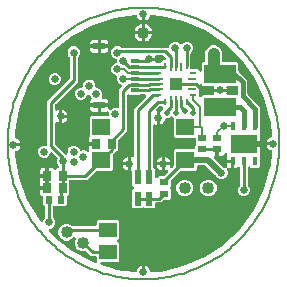
<source format=gtl>
G04 EAGLE Gerber RS-274X export*
G75*
%MOMM*%
%FSLAX35Y35*%
%LPD*%
%INcopper_top*%
%IPPOS*%
%AMOC8*
5,1,8,0,0,1.08239X$1,22.5*%
G01*
%ADD10C,0.127000*%
%ADD11R,0.700000X0.900000*%
%ADD12R,1.100000X1.100000*%
%ADD13R,0.250000X0.800000*%
%ADD14R,0.800000X0.250000*%
%ADD15R,0.550000X0.250000*%
%ADD16R,0.250000X0.550000*%
%ADD17R,2.300000X1.500000*%
%ADD18R,0.460000X0.710000*%
%ADD19R,0.700000X0.600000*%
%ADD20R,2.700000X1.600000*%
%ADD21R,0.600000X0.700000*%
%ADD22R,1.500000X1.300000*%
%ADD23R,1.600000X1.400000*%
%ADD24R,0.700000X0.300000*%
%ADD25R,1.000000X0.600000*%
%ADD26C,1.016000*%
%ADD27R,0.600000X1.200000*%
%ADD28C,0.650000*%
%ADD29C,0.254000*%
%ADD30C,0.250000*%
%ADD31C,0.200000*%
%ADD32C,0.508000*%
%ADD33C,0.500000*%
%ADD34C,0.406400*%
%ADD35C,1.000000*%

G36*
X1181Y-1090234D02*
X1181Y-1090234D01*
X2366Y-1090161D01*
X2753Y-1090036D01*
X3157Y-1089985D01*
X4263Y-1089547D01*
X5393Y-1089182D01*
X5737Y-1088964D01*
X6115Y-1088814D01*
X7075Y-1088118D01*
X8081Y-1087482D01*
X8361Y-1087184D01*
X8690Y-1086946D01*
X9447Y-1086032D01*
X10262Y-1085166D01*
X10459Y-1084810D01*
X10719Y-1084496D01*
X11226Y-1083422D01*
X11800Y-1082381D01*
X11902Y-1081986D01*
X12076Y-1081618D01*
X12299Y-1080453D01*
X12597Y-1079302D01*
X12636Y-1078697D01*
X12675Y-1078494D01*
X12662Y-1078288D01*
X12701Y-1077684D01*
X12701Y-1033491D01*
X16888Y-1034324D01*
X27427Y-1038689D01*
X36910Y-1045026D01*
X44974Y-1053090D01*
X51310Y-1062573D01*
X55675Y-1073111D01*
X56462Y-1077066D01*
X56534Y-1077282D01*
X56558Y-1077511D01*
X57037Y-1078789D01*
X57468Y-1080084D01*
X57593Y-1080277D01*
X57673Y-1080490D01*
X58450Y-1081606D01*
X59193Y-1082757D01*
X59361Y-1082913D01*
X59492Y-1083100D01*
X60523Y-1083988D01*
X61528Y-1084917D01*
X61730Y-1085026D01*
X61903Y-1085175D01*
X63124Y-1085780D01*
X64327Y-1086429D01*
X64549Y-1086485D01*
X64754Y-1086586D01*
X66090Y-1086869D01*
X67413Y-1087199D01*
X67641Y-1087197D01*
X67866Y-1087245D01*
X69487Y-1087275D01*
X145669Y-1083854D01*
X145995Y-1083798D01*
X146325Y-1083807D01*
X147925Y-1083548D01*
X336858Y-1040425D01*
X337168Y-1040312D01*
X337495Y-1040263D01*
X339023Y-1039722D01*
X517220Y-963557D01*
X517505Y-963390D01*
X517817Y-963283D01*
X519224Y-962478D01*
X680957Y-855719D01*
X681208Y-855504D01*
X681496Y-855343D01*
X682737Y-854300D01*
X822808Y-720378D01*
X823017Y-720122D01*
X823272Y-719911D01*
X824307Y-718663D01*
X938214Y-561883D01*
X938373Y-561593D01*
X938587Y-561341D01*
X939382Y-559928D01*
X1023465Y-385328D01*
X1023570Y-385015D01*
X1023735Y-384729D01*
X1024265Y-383197D01*
X1075821Y-196389D01*
X1075868Y-196062D01*
X1075979Y-195752D01*
X1076227Y-194149D01*
X1087653Y-67201D01*
X1087622Y-66340D01*
X1087690Y-65482D01*
X1087565Y-64758D01*
X1087539Y-64022D01*
X1087295Y-63196D01*
X1087148Y-62347D01*
X1086847Y-61677D01*
X1086638Y-60971D01*
X1086197Y-60231D01*
X1085844Y-59446D01*
X1085384Y-58871D01*
X1085008Y-58240D01*
X1084397Y-57633D01*
X1083859Y-56960D01*
X1083272Y-56517D01*
X1082750Y-55999D01*
X1082007Y-55563D01*
X1081319Y-55045D01*
X1080110Y-54451D01*
X1080006Y-54390D01*
X1079957Y-54376D01*
X1079864Y-54330D01*
X1072573Y-51310D01*
X1063090Y-44974D01*
X1055026Y-36910D01*
X1048689Y-27427D01*
X1044324Y-16888D01*
X1043491Y-12701D01*
X1080950Y-12701D01*
X1082130Y-12552D01*
X1083314Y-12478D01*
X1083701Y-12353D01*
X1084106Y-12302D01*
X1085212Y-11865D01*
X1086341Y-11499D01*
X1086686Y-11282D01*
X1087064Y-11132D01*
X1088023Y-10436D01*
X1089030Y-9799D01*
X1089310Y-9502D01*
X1089638Y-9263D01*
X1090395Y-8350D01*
X1091211Y-7484D01*
X1091408Y-7128D01*
X1091668Y-6813D01*
X1092174Y-5739D01*
X1092749Y-4699D01*
X1092851Y-4304D01*
X1093024Y-3936D01*
X1093248Y-2771D01*
X1093546Y-1619D01*
X1093585Y-1014D01*
X1093623Y-812D01*
X1093623Y-809D01*
X1093611Y-605D01*
X1093637Y-200D01*
X1093649Y0D01*
X1093649Y1D01*
X1093500Y1181D01*
X1093427Y2366D01*
X1093302Y2753D01*
X1093251Y3157D01*
X1092813Y4263D01*
X1092448Y5393D01*
X1092230Y5737D01*
X1092081Y6115D01*
X1091384Y7075D01*
X1090748Y8081D01*
X1090450Y8361D01*
X1090212Y8690D01*
X1089298Y9447D01*
X1088433Y10262D01*
X1088076Y10459D01*
X1087762Y10719D01*
X1086688Y11226D01*
X1085648Y11800D01*
X1085253Y11902D01*
X1084885Y12076D01*
X1083720Y12299D01*
X1082568Y12597D01*
X1081963Y12636D01*
X1081761Y12675D01*
X1081555Y12662D01*
X1080950Y12701D01*
X1043491Y12701D01*
X1044324Y16888D01*
X1048689Y27427D01*
X1055026Y36910D01*
X1063090Y44974D01*
X1072573Y51310D01*
X1079864Y54330D01*
X1080612Y54757D01*
X1081404Y55094D01*
X1081988Y55541D01*
X1082627Y55906D01*
X1083246Y56505D01*
X1083930Y57029D01*
X1084384Y57608D01*
X1084912Y58119D01*
X1085363Y58853D01*
X1085895Y59530D01*
X1086191Y60203D01*
X1086576Y60830D01*
X1086829Y61653D01*
X1087177Y62442D01*
X1087296Y63167D01*
X1087513Y63870D01*
X1087554Y64731D01*
X1087695Y65581D01*
X1087660Y66924D01*
X1087666Y67048D01*
X1087655Y67098D01*
X1087653Y67201D01*
X1076227Y194150D01*
X1076157Y194471D01*
X1076151Y194803D01*
X1075821Y196390D01*
X1024265Y383197D01*
X1024138Y383503D01*
X1024074Y383826D01*
X1023555Y385106D01*
X1023522Y385210D01*
X1023498Y385247D01*
X1023465Y385328D01*
X939382Y559928D01*
X939203Y560206D01*
X939082Y560513D01*
X938214Y561883D01*
X824307Y718663D01*
X824081Y718903D01*
X823907Y719185D01*
X822808Y720378D01*
X682737Y854300D01*
X682472Y854496D01*
X682251Y854742D01*
X680957Y855719D01*
X519224Y962478D01*
X518928Y962624D01*
X518666Y962826D01*
X517219Y963557D01*
X339023Y1039722D01*
X338705Y1039813D01*
X338412Y1039964D01*
X336858Y1040425D01*
X147925Y1083548D01*
X147597Y1083581D01*
X147281Y1083678D01*
X145669Y1083854D01*
X66516Y1087408D01*
X65940Y1087362D01*
X65365Y1087408D01*
X64363Y1087234D01*
X63345Y1087152D01*
X62799Y1086964D01*
X62230Y1086866D01*
X61300Y1086447D01*
X60338Y1086116D01*
X59856Y1085798D01*
X59329Y1085561D01*
X58532Y1084925D01*
X57682Y1084364D01*
X57294Y1083937D01*
X56843Y1083577D01*
X56230Y1082763D01*
X55545Y1082008D01*
X55275Y1081498D01*
X54928Y1081037D01*
X54213Y1079581D01*
X51311Y1072573D01*
X44974Y1063090D01*
X36910Y1055026D01*
X27427Y1048689D01*
X16888Y1044324D01*
X12701Y1043491D01*
X12701Y1077684D01*
X12552Y1078864D01*
X12478Y1080048D01*
X12353Y1080435D01*
X12302Y1080840D01*
X11865Y1081945D01*
X11499Y1083075D01*
X11282Y1083419D01*
X11132Y1083798D01*
X10436Y1084757D01*
X9799Y1085763D01*
X9502Y1086044D01*
X9263Y1086372D01*
X8350Y1087129D01*
X7484Y1087945D01*
X7128Y1088142D01*
X6813Y1088402D01*
X5739Y1088908D01*
X4699Y1089483D01*
X4304Y1089585D01*
X3936Y1089758D01*
X2771Y1089982D01*
X1619Y1090280D01*
X1014Y1090318D01*
X812Y1090357D01*
X809Y1090357D01*
X605Y1090345D01*
X1Y1090383D01*
X-1Y1090383D01*
X-1181Y1090234D01*
X-2366Y1090161D01*
X-2753Y1090036D01*
X-3157Y1089985D01*
X-4263Y1089547D01*
X-5393Y1089182D01*
X-5737Y1088964D01*
X-6115Y1088814D01*
X-7075Y1088118D01*
X-8081Y1087482D01*
X-8361Y1087184D01*
X-8690Y1086946D01*
X-9447Y1086032D01*
X-10262Y1085166D01*
X-10459Y1084810D01*
X-10719Y1084496D01*
X-11226Y1083422D01*
X-11800Y1082381D01*
X-11902Y1081986D01*
X-12076Y1081618D01*
X-12299Y1080453D01*
X-12597Y1079302D01*
X-12636Y1078697D01*
X-12675Y1078494D01*
X-12662Y1078288D01*
X-12701Y1077684D01*
X-12701Y1043491D01*
X-16888Y1044324D01*
X-27427Y1048689D01*
X-36910Y1055026D01*
X-44974Y1063090D01*
X-51310Y1072573D01*
X-55302Y1082210D01*
X-55869Y1083204D01*
X-56364Y1084236D01*
X-56655Y1084582D01*
X-56878Y1084973D01*
X-57674Y1085796D01*
X-58410Y1086672D01*
X-58777Y1086934D01*
X-59091Y1087258D01*
X-60068Y1087858D01*
X-60998Y1088523D01*
X-61418Y1088686D01*
X-61803Y1088922D01*
X-62897Y1089259D01*
X-63963Y1089673D01*
X-64411Y1089726D01*
X-64842Y1089859D01*
X-65987Y1089914D01*
X-67122Y1090049D01*
X-67803Y1090001D01*
X-68020Y1090012D01*
X-68211Y1089972D01*
X-68739Y1089935D01*
X-242238Y1066433D01*
X-242557Y1066348D01*
X-242888Y1066328D01*
X-244458Y1065926D01*
X-428765Y1006041D01*
X-429064Y1005900D01*
X-429384Y1005822D01*
X-430858Y1005147D01*
X-601510Y913315D01*
X-601779Y913123D01*
X-602080Y912988D01*
X-603410Y912061D01*
X-754922Y791234D01*
X-755152Y790997D01*
X-755425Y790811D01*
X-756568Y789660D01*
X-884070Y643722D01*
X-884254Y643448D01*
X-884490Y643216D01*
X-885409Y641880D01*
X-984804Y475520D01*
X-984937Y475217D01*
X-985126Y474947D01*
X-985792Y473469D01*
X-1053885Y292034D01*
X-1053962Y291713D01*
X-1054100Y291413D01*
X-1054491Y289840D01*
X-1089094Y99163D01*
X-1089112Y98833D01*
X-1089194Y98513D01*
X-1089298Y96895D01*
X-1089298Y56723D01*
X-1089261Y56433D01*
X-1089284Y56143D01*
X-1089063Y54861D01*
X-1088899Y53568D01*
X-1088792Y53296D01*
X-1088742Y53008D01*
X-1088208Y51820D01*
X-1087729Y50609D01*
X-1087558Y50373D01*
X-1087438Y50107D01*
X-1086626Y49089D01*
X-1085860Y48035D01*
X-1085636Y47849D01*
X-1085453Y47621D01*
X-1084416Y46838D01*
X-1083411Y46006D01*
X-1083146Y45881D01*
X-1082913Y45706D01*
X-1081458Y44991D01*
X-1072573Y41310D01*
X-1063090Y34974D01*
X-1055026Y26910D01*
X-1048689Y17427D01*
X-1044324Y6888D01*
X-1043492Y2701D01*
X-1076598Y2701D01*
X-1077778Y2552D01*
X-1078963Y2479D01*
X-1079350Y2354D01*
X-1079754Y2303D01*
X-1080860Y1865D01*
X-1081990Y1500D01*
X-1082334Y1282D01*
X-1082713Y1133D01*
X-1083672Y436D01*
X-1084678Y-200D01*
X-1084958Y-498D01*
X-1085287Y-736D01*
X-1086044Y-1650D01*
X-1086859Y-2516D01*
X-1087056Y-2872D01*
X-1087316Y-3186D01*
X-1087824Y-4263D01*
X-1088397Y-5301D01*
X-1088499Y-5696D01*
X-1088673Y-6063D01*
X-1088896Y-7228D01*
X-1089194Y-8380D01*
X-1089233Y-8985D01*
X-1089272Y-9188D01*
X-1089272Y-9191D01*
X-1089259Y-9395D01*
X-1089298Y-9998D01*
X-1089298Y-10001D01*
X-1089149Y-11181D01*
X-1089076Y-12366D01*
X-1088950Y-12753D01*
X-1088899Y-13157D01*
X-1088462Y-14263D01*
X-1088097Y-15393D01*
X-1087879Y-15737D01*
X-1087729Y-16115D01*
X-1087033Y-17075D01*
X-1086396Y-18081D01*
X-1086099Y-18361D01*
X-1085860Y-18690D01*
X-1084947Y-19447D01*
X-1084081Y-20262D01*
X-1083725Y-20459D01*
X-1083411Y-20719D01*
X-1082336Y-21226D01*
X-1081296Y-21800D01*
X-1080901Y-21902D01*
X-1080533Y-22076D01*
X-1079368Y-22299D01*
X-1078216Y-22597D01*
X-1077612Y-22636D01*
X-1077409Y-22675D01*
X-1077203Y-22662D01*
X-1076598Y-22701D01*
X-1043491Y-22701D01*
X-1044324Y-26888D01*
X-1048689Y-37427D01*
X-1055026Y-46910D01*
X-1063090Y-54974D01*
X-1072573Y-61310D01*
X-1081458Y-64991D01*
X-1081713Y-65136D01*
X-1081990Y-65225D01*
X-1083091Y-65922D01*
X-1084222Y-66567D01*
X-1084431Y-66769D01*
X-1084678Y-66926D01*
X-1085573Y-67875D01*
X-1086507Y-68780D01*
X-1086659Y-69028D01*
X-1086859Y-69241D01*
X-1087489Y-70381D01*
X-1088170Y-71491D01*
X-1088256Y-71770D01*
X-1088397Y-72026D01*
X-1088724Y-73287D01*
X-1089107Y-74531D01*
X-1089121Y-74823D01*
X-1089194Y-75106D01*
X-1089298Y-76723D01*
X-1089298Y-96896D01*
X-1089257Y-97223D01*
X-1089281Y-97553D01*
X-1089094Y-99163D01*
X-1054491Y-289840D01*
X-1054392Y-290155D01*
X-1054357Y-290484D01*
X-1053885Y-292035D01*
X-985792Y-473469D01*
X-985638Y-473761D01*
X-985545Y-474078D01*
X-984804Y-475520D01*
X-885409Y-641880D01*
X-885205Y-642140D01*
X-885057Y-642435D01*
X-884071Y-643722D01*
X-870676Y-659053D01*
X-869986Y-659667D01*
X-869368Y-660348D01*
X-868805Y-660718D01*
X-868299Y-661168D01*
X-867479Y-661591D01*
X-866711Y-662097D01*
X-866073Y-662316D01*
X-865472Y-662626D01*
X-864574Y-662831D01*
X-863703Y-663131D01*
X-863029Y-663185D01*
X-862371Y-663335D01*
X-861451Y-663311D01*
X-860532Y-663384D01*
X-859865Y-663269D01*
X-859191Y-663251D01*
X-858306Y-662999D01*
X-857397Y-662842D01*
X-856781Y-662565D01*
X-856131Y-662380D01*
X-855335Y-661915D01*
X-854496Y-661538D01*
X-853968Y-661117D01*
X-853384Y-660776D01*
X-852728Y-660127D01*
X-852009Y-659553D01*
X-851603Y-659014D01*
X-851123Y-658539D01*
X-850648Y-657748D01*
X-850094Y-657013D01*
X-849577Y-655961D01*
X-849487Y-655810D01*
X-849463Y-655727D01*
X-849379Y-655558D01*
X-842008Y-637760D01*
X-833920Y-629673D01*
X-833317Y-628895D01*
X-832639Y-628176D01*
X-832344Y-627641D01*
X-831970Y-627160D01*
X-831578Y-626255D01*
X-831101Y-625391D01*
X-830948Y-624799D01*
X-830706Y-624240D01*
X-830552Y-623268D01*
X-830304Y-622311D01*
X-830247Y-621426D01*
X-830226Y-621317D01*
X-830231Y-621248D01*
X-830207Y-621099D01*
X-830218Y-620976D01*
X-830200Y-620693D01*
X-830200Y-542700D01*
X-830349Y-541520D01*
X-830423Y-540335D01*
X-830548Y-539948D01*
X-830599Y-539544D01*
X-831036Y-538438D01*
X-831402Y-537308D01*
X-831619Y-536964D01*
X-831769Y-536586D01*
X-832465Y-535626D01*
X-833102Y-534620D01*
X-833399Y-534340D01*
X-833638Y-534011D01*
X-834551Y-533254D01*
X-835417Y-532439D01*
X-835773Y-532242D01*
X-836088Y-531982D01*
X-836495Y-531790D01*
X-850000Y-518285D01*
X-850000Y-456041D01*
X-850141Y-454927D01*
X-850198Y-453809D01*
X-850339Y-453356D01*
X-850399Y-452885D01*
X-850812Y-451841D01*
X-851145Y-450772D01*
X-851394Y-450368D01*
X-851569Y-449927D01*
X-852228Y-449019D01*
X-852817Y-448066D01*
X-853159Y-447737D01*
X-853438Y-447352D01*
X-854301Y-446637D01*
X-855109Y-445860D01*
X-855522Y-445626D01*
X-855888Y-445323D01*
X-856902Y-444844D01*
X-857877Y-444293D01*
X-858568Y-444059D01*
X-858765Y-443966D01*
X-858946Y-443932D01*
X-859413Y-443774D01*
X-859805Y-443669D01*
X-865596Y-440325D01*
X-870325Y-435596D01*
X-873669Y-429804D01*
X-875400Y-423344D01*
X-875400Y-392499D01*
X-819802Y-392499D01*
X-818622Y-392350D01*
X-817438Y-392277D01*
X-817051Y-392152D01*
X-816646Y-392101D01*
X-815540Y-391663D01*
X-814411Y-391298D01*
X-814066Y-391080D01*
X-813688Y-390931D01*
X-812728Y-390234D01*
X-811722Y-389598D01*
X-811442Y-389300D01*
X-811113Y-389062D01*
X-810357Y-388148D01*
X-809541Y-387283D01*
X-809344Y-386926D01*
X-809084Y-386612D01*
X-808578Y-385538D01*
X-808003Y-384498D01*
X-807901Y-384103D01*
X-807728Y-383735D01*
X-807504Y-382570D01*
X-807504Y-382568D01*
X-807448Y-382550D01*
X-807043Y-382499D01*
X-805938Y-382061D01*
X-804808Y-381696D01*
X-804464Y-381478D01*
X-804085Y-381328D01*
X-803126Y-380632D01*
X-802120Y-379996D01*
X-801839Y-379698D01*
X-801511Y-379460D01*
X-800755Y-378548D01*
X-799938Y-377680D01*
X-799742Y-377324D01*
X-799482Y-377010D01*
X-798975Y-375936D01*
X-798401Y-374895D01*
X-798298Y-374500D01*
X-798125Y-374133D01*
X-797902Y-372968D01*
X-797603Y-371816D01*
X-797565Y-371211D01*
X-797526Y-371008D01*
X-797539Y-370803D01*
X-797500Y-370198D01*
X-797500Y-279802D01*
X-797649Y-278622D01*
X-797722Y-277438D01*
X-797848Y-277051D01*
X-797898Y-276646D01*
X-798336Y-275540D01*
X-798491Y-275060D01*
X-798401Y-274895D01*
X-798298Y-274500D01*
X-798125Y-274133D01*
X-797902Y-272968D01*
X-797603Y-271816D01*
X-797565Y-271211D01*
X-797526Y-271008D01*
X-797539Y-270803D01*
X-797500Y-270198D01*
X-797500Y-204599D01*
X-776655Y-204599D01*
X-770195Y-206330D01*
X-764403Y-209674D01*
X-759675Y-214403D01*
X-758072Y-217179D01*
X-757315Y-218177D01*
X-756609Y-219218D01*
X-756354Y-219443D01*
X-756149Y-219713D01*
X-755166Y-220493D01*
X-754225Y-221324D01*
X-753923Y-221478D01*
X-753657Y-221690D01*
X-752508Y-222202D01*
X-751392Y-222772D01*
X-751062Y-222847D01*
X-750751Y-222985D01*
X-749514Y-223195D01*
X-748289Y-223471D01*
X-747949Y-223461D01*
X-747615Y-223518D01*
X-746365Y-223414D01*
X-745109Y-223376D01*
X-744783Y-223282D01*
X-744445Y-223254D01*
X-743257Y-222842D01*
X-742053Y-222494D01*
X-741761Y-222322D01*
X-741440Y-222211D01*
X-740394Y-221518D01*
X-739311Y-220880D01*
X-738942Y-220555D01*
X-738788Y-220453D01*
X-738642Y-220291D01*
X-738094Y-219809D01*
X-728284Y-209999D01*
X-725400Y-209999D01*
X-724220Y-209850D01*
X-723035Y-209777D01*
X-722648Y-209652D01*
X-722244Y-209601D01*
X-721138Y-209163D01*
X-720008Y-208798D01*
X-719664Y-208580D01*
X-719286Y-208431D01*
X-718326Y-207734D01*
X-717320Y-207098D01*
X-717040Y-206800D01*
X-716711Y-206562D01*
X-715956Y-205650D01*
X-715139Y-204783D01*
X-714942Y-204426D01*
X-714682Y-204112D01*
X-714175Y-203038D01*
X-713601Y-201998D01*
X-713499Y-201603D01*
X-713325Y-201235D01*
X-713102Y-200070D01*
X-712804Y-198918D01*
X-712765Y-198313D01*
X-712726Y-198111D01*
X-712739Y-197905D01*
X-712700Y-197300D01*
X-712700Y-196806D01*
X-712824Y-195829D01*
X-712853Y-194841D01*
X-713023Y-194254D01*
X-713099Y-193650D01*
X-713462Y-192733D01*
X-713735Y-191785D01*
X-714045Y-191259D01*
X-714269Y-190692D01*
X-714848Y-189895D01*
X-715349Y-189043D01*
X-716017Y-188284D01*
X-716138Y-188118D01*
X-716233Y-188039D01*
X-716420Y-187826D01*
X-724508Y-179739D01*
X-732500Y-160443D01*
X-732500Y-139557D01*
X-728188Y-129145D01*
X-728110Y-128863D01*
X-727978Y-128603D01*
X-727692Y-127333D01*
X-727348Y-126076D01*
X-727343Y-125784D01*
X-727279Y-125500D01*
X-727318Y-124196D01*
X-727297Y-122896D01*
X-727365Y-122613D01*
X-727373Y-122320D01*
X-727736Y-121065D01*
X-728038Y-119802D01*
X-728174Y-119545D01*
X-728255Y-119263D01*
X-728918Y-118139D01*
X-729525Y-116990D01*
X-729721Y-116773D01*
X-729869Y-116522D01*
X-730940Y-115305D01*
X-767705Y-78540D01*
X-768095Y-78238D01*
X-768429Y-77870D01*
X-769349Y-77264D01*
X-770218Y-76590D01*
X-770673Y-76393D01*
X-771086Y-76121D01*
X-772128Y-75763D01*
X-773138Y-75326D01*
X-773625Y-75248D01*
X-774095Y-75087D01*
X-775195Y-74999D01*
X-776279Y-74827D01*
X-776771Y-74873D01*
X-777266Y-74833D01*
X-778353Y-75022D01*
X-779447Y-75124D01*
X-779912Y-75291D01*
X-780400Y-75376D01*
X-781404Y-75827D01*
X-782441Y-76199D01*
X-782851Y-76478D01*
X-783302Y-76680D01*
X-784160Y-77366D01*
X-785073Y-77985D01*
X-785402Y-78357D01*
X-785788Y-78665D01*
X-786450Y-79543D01*
X-787180Y-80369D01*
X-787405Y-80810D01*
X-787703Y-81205D01*
X-788418Y-82660D01*
X-795492Y-99739D01*
X-810260Y-114508D01*
X-829557Y-122500D01*
X-850443Y-122500D01*
X-869739Y-114508D01*
X-884508Y-99739D01*
X-892500Y-80443D01*
X-892500Y-59557D01*
X-884508Y-40260D01*
X-869739Y-25492D01*
X-850443Y-17499D01*
X-829443Y-17499D01*
X-829334Y-17550D01*
X-828255Y-17758D01*
X-827194Y-18048D01*
X-826698Y-18056D01*
X-826210Y-18149D01*
X-825113Y-18082D01*
X-824013Y-18099D01*
X-823530Y-17984D01*
X-823035Y-17953D01*
X-821990Y-17615D01*
X-820919Y-17359D01*
X-820480Y-17127D01*
X-820008Y-16974D01*
X-819079Y-16386D01*
X-818107Y-15873D01*
X-817740Y-15540D01*
X-817320Y-15274D01*
X-816564Y-14471D01*
X-815752Y-13734D01*
X-815479Y-13320D01*
X-815139Y-12958D01*
X-814607Y-11996D01*
X-814002Y-11077D01*
X-813841Y-10608D01*
X-813601Y-10173D01*
X-813325Y-9108D01*
X-812968Y-8069D01*
X-812928Y-7574D01*
X-812804Y-7094D01*
X-812700Y-5476D01*
X-812700Y358545D01*
X-626420Y544826D01*
X-625817Y545603D01*
X-625139Y546323D01*
X-624844Y546857D01*
X-624470Y547339D01*
X-624078Y548243D01*
X-623601Y549108D01*
X-623448Y549700D01*
X-623206Y550258D01*
X-623052Y551231D01*
X-622804Y552188D01*
X-622739Y553196D01*
X-622707Y553400D01*
X-622718Y553523D01*
X-622700Y553805D01*
X-622700Y723193D01*
X-622824Y724171D01*
X-622853Y725158D01*
X-623023Y725745D01*
X-623099Y726349D01*
X-623462Y727266D01*
X-623735Y728215D01*
X-624045Y728741D01*
X-624269Y729308D01*
X-624848Y730105D01*
X-625349Y730956D01*
X-626017Y731715D01*
X-626138Y731882D01*
X-626233Y731960D01*
X-626420Y732173D01*
X-634508Y740261D01*
X-642500Y759557D01*
X-642500Y780443D01*
X-634508Y799739D01*
X-619739Y814508D01*
X-600443Y822500D01*
X-579557Y822500D01*
X-560260Y814508D01*
X-545492Y799739D01*
X-537499Y780443D01*
X-537499Y759557D01*
X-545492Y740261D01*
X-553580Y732173D01*
X-554184Y731394D01*
X-554861Y730676D01*
X-555156Y730142D01*
X-555530Y729660D01*
X-555922Y728755D01*
X-556399Y727891D01*
X-556552Y727300D01*
X-556794Y726741D01*
X-556948Y725768D01*
X-557196Y724811D01*
X-557260Y723803D01*
X-557293Y723599D01*
X-557281Y723476D01*
X-557299Y723193D01*
X-557299Y521454D01*
X-743580Y335174D01*
X-744183Y334396D01*
X-744861Y333677D01*
X-745156Y333143D01*
X-745530Y332661D01*
X-745921Y331757D01*
X-746399Y330892D01*
X-746552Y330300D01*
X-746794Y329742D01*
X-746948Y328769D01*
X-747196Y327812D01*
X-747260Y326804D01*
X-747293Y326600D01*
X-747281Y326477D01*
X-747299Y326194D01*
X-747299Y291790D01*
X-747281Y291644D01*
X-747296Y291498D01*
X-747082Y290067D01*
X-746901Y288634D01*
X-746847Y288498D01*
X-746825Y288351D01*
X-746261Y287018D01*
X-745731Y285676D01*
X-745644Y285557D01*
X-745587Y285421D01*
X-744713Y284274D01*
X-743862Y283102D01*
X-743748Y283008D01*
X-743659Y282891D01*
X-742529Y281998D01*
X-741412Y281073D01*
X-741278Y281009D01*
X-741163Y280918D01*
X-739845Y280334D01*
X-738535Y279716D01*
X-738390Y279688D01*
X-738255Y279628D01*
X-736831Y279389D01*
X-735411Y279117D01*
X-735263Y279126D01*
X-735118Y279102D01*
X-733677Y279224D01*
X-732236Y279313D01*
X-732096Y279358D01*
X-731948Y279371D01*
X-730579Y279849D01*
X-729209Y280292D01*
X-729085Y280371D01*
X-728945Y280419D01*
X-727543Y281233D01*
X-727425Y281311D01*
X-716888Y285675D01*
X-712701Y286508D01*
X-712701Y230003D01*
X-712700Y230001D01*
X-712701Y229997D01*
X-712701Y173491D01*
X-716888Y174324D01*
X-727425Y178689D01*
X-727543Y178767D01*
X-727674Y178833D01*
X-727788Y178927D01*
X-729098Y179545D01*
X-730388Y180190D01*
X-730532Y180221D01*
X-730665Y180284D01*
X-732081Y180555D01*
X-733497Y180861D01*
X-733645Y180855D01*
X-733789Y180883D01*
X-735228Y180794D01*
X-736676Y180738D01*
X-736817Y180696D01*
X-736964Y180687D01*
X-738341Y180241D01*
X-739724Y179829D01*
X-739850Y179753D01*
X-739991Y179708D01*
X-741214Y178934D01*
X-742452Y178191D01*
X-742555Y178086D01*
X-742680Y178007D01*
X-743674Y176951D01*
X-744686Y175926D01*
X-744759Y175800D01*
X-744861Y175692D01*
X-745561Y174423D01*
X-746287Y173178D01*
X-746328Y173036D01*
X-746399Y172907D01*
X-746761Y171508D01*
X-747155Y170118D01*
X-747159Y169970D01*
X-747196Y169827D01*
X-747299Y168209D01*
X-747299Y-1194D01*
X-747176Y-2172D01*
X-747147Y-3159D01*
X-746977Y-3746D01*
X-746901Y-4350D01*
X-746539Y-5266D01*
X-746265Y-6216D01*
X-745955Y-6742D01*
X-745731Y-7308D01*
X-745152Y-8106D01*
X-744651Y-8957D01*
X-743984Y-9714D01*
X-743862Y-9883D01*
X-743766Y-9962D01*
X-743580Y-10174D01*
X-664179Y-89575D01*
X-663084Y-90424D01*
X-662012Y-91313D01*
X-661827Y-91400D01*
X-661666Y-91525D01*
X-660393Y-92076D01*
X-659134Y-92669D01*
X-658934Y-92708D01*
X-658747Y-92789D01*
X-657377Y-93006D01*
X-656010Y-93268D01*
X-655807Y-93256D01*
X-655605Y-93288D01*
X-654223Y-93158D01*
X-652835Y-93072D01*
X-652641Y-93009D01*
X-652438Y-92990D01*
X-651129Y-92520D01*
X-649808Y-92093D01*
X-649637Y-91984D01*
X-649444Y-91915D01*
X-648294Y-91135D01*
X-647120Y-90393D01*
X-646980Y-90244D01*
X-646811Y-90130D01*
X-645892Y-89089D01*
X-644939Y-88078D01*
X-644840Y-87899D01*
X-644705Y-87746D01*
X-644074Y-86511D01*
X-643401Y-85293D01*
X-643350Y-85094D01*
X-643257Y-84913D01*
X-642952Y-83559D01*
X-642604Y-82213D01*
X-642586Y-81931D01*
X-642558Y-81810D01*
X-642565Y-81601D01*
X-642500Y-80595D01*
X-642500Y-59557D01*
X-634508Y-40260D01*
X-619739Y-25492D01*
X-600443Y-17499D01*
X-579557Y-17499D01*
X-560260Y-25492D01*
X-545492Y-40260D01*
X-540589Y-52098D01*
X-540000Y-53131D01*
X-539478Y-54198D01*
X-539214Y-54508D01*
X-539013Y-54862D01*
X-538185Y-55717D01*
X-537415Y-56620D01*
X-537083Y-56854D01*
X-536800Y-57147D01*
X-535786Y-57769D01*
X-534815Y-58453D01*
X-534435Y-58598D01*
X-534088Y-58810D01*
X-532952Y-59161D01*
X-531842Y-59582D01*
X-531437Y-59628D01*
X-531048Y-59748D01*
X-529862Y-59804D01*
X-528680Y-59937D01*
X-528277Y-59880D01*
X-527871Y-59900D01*
X-526706Y-59660D01*
X-525530Y-59495D01*
X-524958Y-59300D01*
X-524755Y-59258D01*
X-524568Y-59167D01*
X-523996Y-58971D01*
X-520443Y-57499D01*
X-499557Y-57499D01*
X-480195Y-65519D01*
X-479213Y-66281D01*
X-478084Y-67196D01*
X-477962Y-67252D01*
X-477855Y-67335D01*
X-476515Y-67916D01*
X-475193Y-68522D01*
X-475060Y-68546D01*
X-474936Y-68600D01*
X-473503Y-68828D01*
X-472063Y-69088D01*
X-471927Y-69078D01*
X-471794Y-69099D01*
X-470346Y-68963D01*
X-468890Y-68858D01*
X-468762Y-68815D01*
X-468627Y-68802D01*
X-467258Y-68310D01*
X-465873Y-67846D01*
X-465759Y-67772D01*
X-465633Y-67727D01*
X-464430Y-66912D01*
X-463203Y-66117D01*
X-463112Y-66018D01*
X-463000Y-65942D01*
X-462034Y-64849D01*
X-461047Y-63779D01*
X-460983Y-63659D01*
X-460893Y-63558D01*
X-460231Y-62263D01*
X-459539Y-60978D01*
X-459507Y-60846D01*
X-459445Y-60726D01*
X-459126Y-59309D01*
X-458775Y-57890D01*
X-458776Y-57754D01*
X-458746Y-57622D01*
X-458789Y-56168D01*
X-458802Y-54709D01*
X-458838Y-54528D01*
X-458841Y-54443D01*
X-458889Y-54276D01*
X-459121Y-53119D01*
X-460400Y-48344D01*
X-460400Y-17499D01*
X-404802Y-17499D01*
X-403622Y-17350D01*
X-402438Y-17277D01*
X-402051Y-17152D01*
X-401646Y-17101D01*
X-400540Y-16663D01*
X-399411Y-16298D01*
X-399066Y-16080D01*
X-398688Y-15931D01*
X-397728Y-15234D01*
X-396722Y-14598D01*
X-396442Y-14300D01*
X-396113Y-14062D01*
X-395357Y-13148D01*
X-394541Y-12283D01*
X-394344Y-11926D01*
X-394084Y-11612D01*
X-393578Y-10538D01*
X-393003Y-9498D01*
X-392901Y-9103D01*
X-392728Y-8735D01*
X-392504Y-7570D01*
X-392206Y-6418D01*
X-392167Y-5813D01*
X-392128Y-5611D01*
X-392141Y-5405D01*
X-392103Y-4800D01*
X-392103Y4800D01*
X-392252Y5980D01*
X-392325Y7164D01*
X-392450Y7551D01*
X-392501Y7956D01*
X-392938Y9062D01*
X-393304Y10191D01*
X-393522Y10536D01*
X-393671Y10914D01*
X-394368Y11873D01*
X-395004Y12880D01*
X-395302Y13160D01*
X-395540Y13488D01*
X-396453Y14245D01*
X-397319Y15061D01*
X-397676Y15258D01*
X-397990Y15518D01*
X-399064Y16024D01*
X-400104Y16599D01*
X-400499Y16701D01*
X-400867Y16874D01*
X-402032Y17098D01*
X-403184Y17396D01*
X-403789Y17435D01*
X-403991Y17473D01*
X-404197Y17461D01*
X-404802Y17499D01*
X-460400Y17499D01*
X-460400Y48344D01*
X-458669Y54804D01*
X-457302Y57172D01*
X-456946Y58019D01*
X-456501Y58825D01*
X-456331Y59481D01*
X-456069Y60105D01*
X-455934Y61014D01*
X-455704Y61904D01*
X-455629Y63079D01*
X-455603Y63252D01*
X-455612Y63338D01*
X-455600Y63522D01*
X-455600Y217985D01*
X-443885Y229700D01*
X-305200Y229700D01*
X-304020Y229849D01*
X-302835Y229923D01*
X-302448Y230048D01*
X-302044Y230099D01*
X-300938Y230536D01*
X-299808Y230902D01*
X-299464Y231119D01*
X-299086Y231269D01*
X-298126Y231965D01*
X-297120Y232602D01*
X-296840Y232899D01*
X-296511Y233138D01*
X-295754Y234051D01*
X-294939Y234917D01*
X-294742Y235273D01*
X-294482Y235588D01*
X-293975Y236662D01*
X-293401Y237702D01*
X-293299Y238097D01*
X-293125Y238465D01*
X-292902Y239630D01*
X-292604Y240782D01*
X-292565Y241387D01*
X-292526Y241589D01*
X-292539Y241795D01*
X-292500Y242400D01*
X-292500Y261283D01*
X-292666Y262595D01*
X-292776Y263913D01*
X-292865Y264170D01*
X-292899Y264439D01*
X-293384Y265666D01*
X-293819Y266918D01*
X-293969Y267145D01*
X-294069Y267397D01*
X-294844Y268464D01*
X-295577Y269570D01*
X-295779Y269753D01*
X-295938Y269972D01*
X-296955Y270814D01*
X-297938Y271702D01*
X-298178Y271828D01*
X-298388Y272001D01*
X-299583Y272565D01*
X-300755Y273179D01*
X-301020Y273242D01*
X-301265Y273358D01*
X-302563Y273606D01*
X-303851Y273911D01*
X-304123Y273905D01*
X-304389Y273957D01*
X-305708Y273875D01*
X-307032Y273850D01*
X-307294Y273777D01*
X-307564Y273760D01*
X-308819Y273354D01*
X-310097Y273000D01*
X-310442Y272829D01*
X-310591Y272781D01*
X-310777Y272664D01*
X-311550Y272281D01*
X-313197Y271330D01*
X-319655Y269599D01*
X-358000Y269599D01*
X-358000Y310000D01*
X-297599Y310000D01*
X-297599Y297306D01*
X-297425Y295925D01*
X-297295Y294544D01*
X-297227Y294353D01*
X-297201Y294150D01*
X-296689Y292856D01*
X-296220Y291550D01*
X-296106Y291382D01*
X-296031Y291192D01*
X-295215Y290069D01*
X-294435Y288918D01*
X-294281Y288782D01*
X-294162Y288618D01*
X-293090Y287730D01*
X-292051Y286811D01*
X-291869Y286718D01*
X-291712Y286588D01*
X-290458Y285997D01*
X-289218Y285363D01*
X-289018Y285318D01*
X-288835Y285232D01*
X-287475Y284971D01*
X-286115Y284665D01*
X-285910Y284671D01*
X-285711Y284633D01*
X-284330Y284718D01*
X-282935Y284759D01*
X-282738Y284816D01*
X-282536Y284829D01*
X-281218Y285255D01*
X-279878Y285642D01*
X-279703Y285745D01*
X-279509Y285808D01*
X-278335Y286550D01*
X-277137Y287255D01*
X-276925Y287442D01*
X-276820Y287508D01*
X-276677Y287660D01*
X-275920Y288326D01*
X-269739Y294508D01*
X-250443Y302500D01*
X-229557Y302500D01*
X-220660Y298815D01*
X-220183Y298684D01*
X-219734Y298473D01*
X-218654Y298266D01*
X-217591Y297975D01*
X-217096Y297967D01*
X-216610Y297874D01*
X-215513Y297942D01*
X-214411Y297924D01*
X-213929Y298040D01*
X-213435Y298070D01*
X-212388Y298409D01*
X-211317Y298666D01*
X-210879Y298897D01*
X-210408Y299049D01*
X-209478Y299638D01*
X-208505Y300152D01*
X-208139Y300485D01*
X-207720Y300750D01*
X-206964Y301552D01*
X-206150Y302291D01*
X-205878Y302705D01*
X-205539Y303065D01*
X-205007Y304029D01*
X-204401Y304948D01*
X-204241Y305416D01*
X-204001Y305850D01*
X-203724Y306918D01*
X-203368Y307957D01*
X-203328Y308450D01*
X-203204Y308930D01*
X-203100Y310548D01*
X-203100Y462390D01*
X-185077Y480413D01*
X-184774Y480804D01*
X-184407Y481137D01*
X-183801Y482058D01*
X-183127Y482926D01*
X-182931Y483380D01*
X-182658Y483794D01*
X-182299Y484838D01*
X-181863Y485846D01*
X-181786Y486333D01*
X-181624Y486803D01*
X-181537Y487902D01*
X-181364Y488987D01*
X-181410Y489480D01*
X-181371Y489973D01*
X-181558Y491056D01*
X-181661Y492154D01*
X-181829Y492621D01*
X-181913Y493108D01*
X-182364Y494111D01*
X-182737Y495148D01*
X-183015Y495558D01*
X-183218Y496009D01*
X-183904Y496869D01*
X-184522Y497781D01*
X-184893Y498109D01*
X-185202Y498496D01*
X-186081Y499159D01*
X-186906Y499888D01*
X-187346Y500113D01*
X-187742Y500411D01*
X-189197Y501126D01*
X-199739Y505492D01*
X-214508Y520260D01*
X-222500Y539557D01*
X-222500Y560443D01*
X-222493Y560461D01*
X-222179Y561609D01*
X-221793Y562730D01*
X-221761Y563136D01*
X-221653Y563529D01*
X-221634Y564719D01*
X-221540Y565901D01*
X-221609Y566302D01*
X-221603Y566710D01*
X-221879Y567865D01*
X-222082Y569036D01*
X-222249Y569408D01*
X-222344Y569803D01*
X-222899Y570853D01*
X-223386Y571937D01*
X-223640Y572255D01*
X-223831Y572616D01*
X-224630Y573495D01*
X-225371Y574423D01*
X-225696Y574669D01*
X-225970Y574970D01*
X-226962Y575623D01*
X-227911Y576338D01*
X-228455Y576606D01*
X-228627Y576719D01*
X-228822Y576786D01*
X-229366Y577053D01*
X-249739Y585492D01*
X-264508Y600260D01*
X-272500Y619557D01*
X-272500Y640443D01*
X-264508Y659739D01*
X-249739Y674508D01*
X-230340Y682543D01*
X-230086Y682688D01*
X-229808Y682778D01*
X-228708Y683474D01*
X-227577Y684119D01*
X-227368Y684321D01*
X-227120Y684478D01*
X-226225Y685428D01*
X-225292Y686332D01*
X-225139Y686581D01*
X-224939Y686793D01*
X-224309Y687933D01*
X-223628Y689043D01*
X-223542Y689323D01*
X-223401Y689578D01*
X-223074Y690839D01*
X-222691Y692083D01*
X-222677Y692375D01*
X-222604Y692658D01*
X-222500Y694276D01*
X-222500Y705724D01*
X-222537Y706014D01*
X-222514Y706305D01*
X-222735Y707586D01*
X-222899Y708880D01*
X-223006Y709152D01*
X-223056Y709439D01*
X-223590Y710628D01*
X-224069Y711838D01*
X-224241Y712075D01*
X-224360Y712341D01*
X-225173Y713358D01*
X-225938Y714413D01*
X-226163Y714599D01*
X-226345Y714827D01*
X-227383Y715609D01*
X-228388Y716442D01*
X-228653Y716567D01*
X-228885Y716742D01*
X-230340Y717457D01*
X-249739Y725492D01*
X-264508Y740260D01*
X-272500Y759557D01*
X-272500Y780443D01*
X-264508Y799739D01*
X-249739Y814508D01*
X-230443Y822500D01*
X-209557Y822500D01*
X-188231Y813667D01*
X-188146Y813644D01*
X-188069Y813601D01*
X-186615Y813225D01*
X-185163Y812827D01*
X-185074Y812826D01*
X-184989Y812804D01*
X-183371Y812700D01*
X193545Y812700D01*
X195820Y810425D01*
X196918Y809573D01*
X197988Y808687D01*
X198173Y808600D01*
X198333Y808475D01*
X199608Y807923D01*
X200865Y807330D01*
X201065Y807292D01*
X201253Y807211D01*
X202624Y806993D01*
X203989Y806731D01*
X204193Y806744D01*
X204394Y806712D01*
X205780Y806842D01*
X207164Y806928D01*
X207358Y806990D01*
X207561Y807009D01*
X208873Y807480D01*
X210191Y807907D01*
X210363Y808015D01*
X210555Y808084D01*
X211704Y808863D01*
X212880Y809607D01*
X213020Y809755D01*
X213188Y809870D01*
X214107Y810910D01*
X215061Y811922D01*
X215160Y812101D01*
X215294Y812253D01*
X215926Y813488D01*
X216599Y814707D01*
X216650Y814905D01*
X216743Y815086D01*
X217048Y816442D01*
X217396Y817787D01*
X217414Y818068D01*
X217441Y818189D01*
X217435Y818398D01*
X217499Y819405D01*
X217499Y820443D01*
X225492Y839739D01*
X240260Y854508D01*
X259557Y862500D01*
X280443Y862500D01*
X299739Y854508D01*
X311020Y843227D01*
X311943Y842511D01*
X312103Y842360D01*
X312136Y842342D01*
X312849Y841712D01*
X313211Y841527D01*
X313533Y841277D01*
X314626Y840804D01*
X315682Y840264D01*
X316079Y840174D01*
X316453Y840013D01*
X317624Y839826D01*
X318785Y839565D01*
X319193Y839577D01*
X319594Y839513D01*
X320774Y839624D01*
X321965Y839660D01*
X322358Y839773D01*
X322762Y839811D01*
X323879Y840212D01*
X325021Y840542D01*
X325372Y840748D01*
X325756Y840886D01*
X326740Y841554D01*
X327763Y842156D01*
X328217Y842555D01*
X328388Y842672D01*
X328525Y842827D01*
X328980Y843227D01*
X340261Y854508D01*
X359557Y862500D01*
X380443Y862500D01*
X399739Y854508D01*
X414508Y839739D01*
X422500Y820443D01*
X422500Y799557D01*
X414508Y780260D01*
X401220Y766973D01*
X400617Y766195D01*
X399939Y765476D01*
X399644Y764941D01*
X399270Y764460D01*
X398878Y763555D01*
X398401Y762691D01*
X398248Y762099D01*
X398006Y761540D01*
X397852Y760568D01*
X397604Y759611D01*
X397539Y758603D01*
X397507Y758399D01*
X397518Y758276D01*
X397500Y757993D01*
X397500Y640200D01*
X397649Y639020D01*
X397723Y637835D01*
X397848Y637448D01*
X397899Y637044D01*
X398336Y635938D01*
X398702Y634808D01*
X398919Y634464D01*
X399069Y634086D01*
X399765Y633126D01*
X400402Y632120D01*
X400699Y631840D01*
X400938Y631511D01*
X401851Y630754D01*
X402717Y629939D01*
X403073Y629742D01*
X403388Y629482D01*
X404462Y628975D01*
X405502Y628401D01*
X405897Y628299D01*
X406265Y628125D01*
X407430Y627902D01*
X408582Y627604D01*
X409187Y627565D01*
X409389Y627526D01*
X409595Y627539D01*
X410200Y627500D01*
X458784Y627500D01*
X473320Y612964D01*
X474418Y612113D01*
X475488Y611226D01*
X475673Y611139D01*
X475833Y611014D01*
X477108Y610463D01*
X478365Y609870D01*
X478565Y609831D01*
X478753Y609750D01*
X480123Y609533D01*
X481489Y609271D01*
X481693Y609283D01*
X481894Y609251D01*
X483281Y609381D01*
X484664Y609467D01*
X484857Y609529D01*
X485062Y609548D01*
X486374Y610020D01*
X487691Y610446D01*
X487863Y610555D01*
X488055Y610624D01*
X489201Y611401D01*
X490380Y612146D01*
X490520Y612296D01*
X490688Y612409D01*
X491605Y613447D01*
X492561Y614462D01*
X492660Y614640D01*
X492795Y614793D01*
X493426Y616028D01*
X494099Y617247D01*
X494150Y617445D01*
X494243Y617626D01*
X494548Y618980D01*
X494896Y620326D01*
X494914Y620608D01*
X494941Y620729D01*
X494935Y620938D01*
X494999Y621944D01*
X494999Y678285D01*
X506715Y690000D01*
X512300Y690000D01*
X513480Y690149D01*
X514664Y690223D01*
X515051Y690348D01*
X515456Y690399D01*
X516562Y690836D01*
X517691Y691202D01*
X518036Y691419D01*
X518414Y691569D01*
X519373Y692265D01*
X520380Y692902D01*
X520660Y693199D01*
X520988Y693438D01*
X521745Y694351D01*
X522561Y695217D01*
X522758Y695573D01*
X523018Y695888D01*
X523524Y696962D01*
X524099Y698002D01*
X524201Y698397D01*
X524374Y698765D01*
X524598Y699930D01*
X524896Y701082D01*
X524935Y701687D01*
X524973Y701889D01*
X524961Y702095D01*
X524999Y702700D01*
X524999Y741459D01*
X524988Y741547D01*
X524998Y741635D01*
X524790Y743118D01*
X524601Y744615D01*
X524568Y744697D01*
X524556Y744785D01*
X524199Y745831D01*
X524199Y774083D01*
X534979Y800106D01*
X554894Y820021D01*
X580917Y830800D01*
X609083Y830800D01*
X635106Y820021D01*
X655021Y800106D01*
X665800Y774083D01*
X665800Y745768D01*
X665521Y744688D01*
X665128Y743251D01*
X665126Y743163D01*
X665104Y743077D01*
X665000Y741459D01*
X665000Y702700D01*
X665149Y701520D01*
X665223Y700335D01*
X665348Y699948D01*
X665399Y699544D01*
X665836Y698438D01*
X666202Y697308D01*
X666419Y696964D01*
X666569Y696586D01*
X667265Y695626D01*
X667902Y694620D01*
X668199Y694340D01*
X668438Y694011D01*
X669351Y693254D01*
X670217Y692439D01*
X670573Y692242D01*
X670888Y691982D01*
X671962Y691475D01*
X673002Y690901D01*
X673397Y690799D01*
X673765Y690625D01*
X674930Y690402D01*
X676082Y690104D01*
X676687Y690065D01*
X676889Y690026D01*
X677095Y690039D01*
X677700Y690000D01*
X793285Y690000D01*
X805000Y678285D01*
X805000Y617282D01*
X805124Y616304D01*
X805153Y615317D01*
X805323Y614730D01*
X805399Y614126D01*
X805761Y613210D01*
X806035Y612260D01*
X806345Y611734D01*
X806569Y611168D01*
X807148Y610370D01*
X807649Y609519D01*
X808316Y608762D01*
X808438Y608593D01*
X808533Y608514D01*
X808720Y608302D01*
X880320Y536702D01*
X880320Y421962D01*
X880444Y420984D01*
X880473Y419997D01*
X880643Y419410D01*
X880719Y418806D01*
X881081Y417890D01*
X881355Y416940D01*
X881665Y416414D01*
X881889Y415848D01*
X882468Y415050D01*
X882969Y414199D01*
X883636Y413442D01*
X883758Y413273D01*
X883853Y413194D01*
X884040Y412982D01*
X984320Y312702D01*
X984320Y199724D01*
X984444Y198745D01*
X984473Y197759D01*
X984643Y197173D01*
X984719Y196568D01*
X985081Y195652D01*
X985355Y194703D01*
X985665Y194176D01*
X985889Y193610D01*
X986468Y192813D01*
X986969Y191961D01*
X987000Y191926D01*
X987000Y104000D01*
X986405Y103341D01*
X986185Y102921D01*
X985894Y102546D01*
X985448Y101517D01*
X984928Y100524D01*
X984818Y100063D01*
X984630Y99627D01*
X984454Y98519D01*
X984196Y97428D01*
X984205Y96954D01*
X984131Y96485D01*
X984235Y95369D01*
X984257Y94248D01*
X984383Y93791D01*
X984428Y93318D01*
X984807Y92261D01*
X985106Y91182D01*
X985428Y90532D01*
X985503Y90324D01*
X985608Y90170D01*
X985826Y89729D01*
X988669Y84804D01*
X990400Y78344D01*
X990400Y25398D01*
X862701Y25398D01*
X861521Y25249D01*
X860337Y25176D01*
X859950Y25051D01*
X859545Y25000D01*
X858439Y24563D01*
X857310Y24197D01*
X856965Y23979D01*
X856587Y23830D01*
X855628Y23133D01*
X854621Y22497D01*
X854341Y22199D01*
X854013Y21961D01*
X853256Y21048D01*
X852440Y20182D01*
X852243Y19825D01*
X851983Y19511D01*
X851477Y18437D01*
X850902Y17397D01*
X850800Y17002D01*
X850627Y16634D01*
X850403Y15469D01*
X850105Y14317D01*
X850066Y13712D01*
X850028Y13510D01*
X850040Y13304D01*
X850002Y12699D01*
X850002Y-12699D01*
X850151Y-13879D01*
X850224Y-15063D01*
X850349Y-15450D01*
X850400Y-15855D01*
X850838Y-16961D01*
X851203Y-18090D01*
X851421Y-18435D01*
X851570Y-18813D01*
X852267Y-19773D01*
X852903Y-20779D01*
X853201Y-21059D01*
X853439Y-21388D01*
X854353Y-22144D01*
X855218Y-22960D01*
X855575Y-23157D01*
X855889Y-23417D01*
X856963Y-23923D01*
X858003Y-24498D01*
X858398Y-24600D01*
X858766Y-24773D01*
X859931Y-24997D01*
X861083Y-25295D01*
X861688Y-25334D01*
X861890Y-25373D01*
X862096Y-25360D01*
X862701Y-25398D01*
X990400Y-25398D01*
X990400Y-78344D01*
X988669Y-84803D01*
X986192Y-89095D01*
X985757Y-90130D01*
X985247Y-91127D01*
X985143Y-91589D01*
X984958Y-92027D01*
X984794Y-93137D01*
X984548Y-94231D01*
X984562Y-94705D01*
X984493Y-95174D01*
X984610Y-96290D01*
X984643Y-97410D01*
X984775Y-97866D01*
X984824Y-98338D01*
X985214Y-99388D01*
X985525Y-100467D01*
X985766Y-100877D01*
X985931Y-101320D01*
X986570Y-102241D01*
X987139Y-103208D01*
X987618Y-103753D01*
X987744Y-103934D01*
X987885Y-104056D01*
X988000Y-104187D01*
X988000Y-191785D01*
X976285Y-203500D01*
X913715Y-203500D01*
X906479Y-196265D01*
X905543Y-195538D01*
X904650Y-194749D01*
X904287Y-194564D01*
X903966Y-194315D01*
X902876Y-193843D01*
X901817Y-193302D01*
X901420Y-193212D01*
X901047Y-193051D01*
X899875Y-192864D01*
X898714Y-192603D01*
X898307Y-192615D01*
X897905Y-192552D01*
X896723Y-192663D01*
X895534Y-192698D01*
X895143Y-192811D01*
X894738Y-192849D01*
X893618Y-193251D01*
X892478Y-193580D01*
X892128Y-193786D01*
X891744Y-193924D01*
X890759Y-194592D01*
X889737Y-195194D01*
X889283Y-195593D01*
X889111Y-195710D01*
X888973Y-195866D01*
X888519Y-196265D01*
X886219Y-198566D01*
X885616Y-199343D01*
X884939Y-200062D01*
X884644Y-200597D01*
X884269Y-201079D01*
X883878Y-201984D01*
X883401Y-202847D01*
X883248Y-203439D01*
X883006Y-203998D01*
X882851Y-204971D01*
X882604Y-205927D01*
X882539Y-206938D01*
X882507Y-207140D01*
X882518Y-207262D01*
X882500Y-207545D01*
X882500Y-347993D01*
X882624Y-348971D01*
X882653Y-349958D01*
X882823Y-350545D01*
X882899Y-351149D01*
X883261Y-352065D01*
X883535Y-353014D01*
X883845Y-353541D01*
X884069Y-354107D01*
X884648Y-354905D01*
X885149Y-355756D01*
X885816Y-356513D01*
X885938Y-356682D01*
X886033Y-356761D01*
X886220Y-356973D01*
X894508Y-365260D01*
X902500Y-384557D01*
X902500Y-405443D01*
X894508Y-424739D01*
X879739Y-439508D01*
X860443Y-447500D01*
X839557Y-447500D01*
X820260Y-439508D01*
X805492Y-424739D01*
X797499Y-405443D01*
X797499Y-384557D01*
X805492Y-365260D01*
X813780Y-356973D01*
X814383Y-356195D01*
X815061Y-355476D01*
X815356Y-354941D01*
X815730Y-354460D01*
X816121Y-353555D01*
X816599Y-352691D01*
X816752Y-352099D01*
X816994Y-351540D01*
X817148Y-350568D01*
X817396Y-349611D01*
X817460Y-348603D01*
X817493Y-348399D01*
X817481Y-348276D01*
X817499Y-347993D01*
X817499Y-210581D01*
X817325Y-209202D01*
X817195Y-207818D01*
X817127Y-207627D01*
X817101Y-207425D01*
X816590Y-206133D01*
X816120Y-204825D01*
X816006Y-204656D01*
X815931Y-204467D01*
X815116Y-203344D01*
X814334Y-202192D01*
X814181Y-202057D01*
X814062Y-201892D01*
X812991Y-201005D01*
X811950Y-200086D01*
X811770Y-199993D01*
X811612Y-199863D01*
X810353Y-199269D01*
X809118Y-198638D01*
X808919Y-198593D01*
X808735Y-198506D01*
X807373Y-198245D01*
X806014Y-197939D01*
X805810Y-197946D01*
X805611Y-197907D01*
X804225Y-197993D01*
X802835Y-198034D01*
X802639Y-198091D01*
X802436Y-198103D01*
X801117Y-198530D01*
X799778Y-198916D01*
X799602Y-199020D01*
X799409Y-199083D01*
X798235Y-199825D01*
X797037Y-200530D01*
X796826Y-200716D01*
X796720Y-200783D01*
X796577Y-200935D01*
X795820Y-201601D01*
X793595Y-203826D01*
X787804Y-207169D01*
X781344Y-208900D01*
X767701Y-208900D01*
X767701Y-148003D01*
X767552Y-146823D01*
X767478Y-145639D01*
X767353Y-145252D01*
X767302Y-144847D01*
X766865Y-143742D01*
X766499Y-142612D01*
X766282Y-142268D01*
X766132Y-141889D01*
X765436Y-140930D01*
X764799Y-139923D01*
X764795Y-139920D01*
X764794Y-139918D01*
X764500Y-139641D01*
X764263Y-139315D01*
X764261Y-139313D01*
X764258Y-139310D01*
X763345Y-138553D01*
X762479Y-137737D01*
X762123Y-137540D01*
X761809Y-137280D01*
X760734Y-136774D01*
X759694Y-136199D01*
X759299Y-136097D01*
X758931Y-135924D01*
X757766Y-135700D01*
X756614Y-135402D01*
X756010Y-135363D01*
X755807Y-135325D01*
X755601Y-135338D01*
X754997Y-135299D01*
X706599Y-135299D01*
X706599Y-109155D01*
X708330Y-102697D01*
X709656Y-100400D01*
X710170Y-99178D01*
X710733Y-97984D01*
X710784Y-97719D01*
X710889Y-97468D01*
X711083Y-96156D01*
X711332Y-94860D01*
X711315Y-94590D01*
X711355Y-94321D01*
X711217Y-93001D01*
X711136Y-91685D01*
X711053Y-91428D01*
X711024Y-91157D01*
X710562Y-89912D01*
X710157Y-88658D01*
X710012Y-88430D01*
X709917Y-88174D01*
X709163Y-87088D01*
X708456Y-85970D01*
X708258Y-85783D01*
X708104Y-85561D01*
X707105Y-84697D01*
X706141Y-83789D01*
X705903Y-83658D01*
X705698Y-83480D01*
X704513Y-82890D01*
X703356Y-82251D01*
X703093Y-82183D01*
X702850Y-82062D01*
X701555Y-81785D01*
X700276Y-81454D01*
X699894Y-81429D01*
X699739Y-81396D01*
X699517Y-81405D01*
X698658Y-81350D01*
X695679Y-81350D01*
X694569Y-81490D01*
X693449Y-81548D01*
X692995Y-81689D01*
X692523Y-81749D01*
X691482Y-82161D01*
X690412Y-82494D01*
X690007Y-82744D01*
X689565Y-82919D01*
X688660Y-83576D01*
X687706Y-84165D01*
X687375Y-84509D01*
X686991Y-84788D01*
X686276Y-85650D01*
X685499Y-86457D01*
X685265Y-86870D01*
X684961Y-87238D01*
X684483Y-88253D01*
X683932Y-89225D01*
X683831Y-89525D01*
X680325Y-95596D01*
X675596Y-100325D01*
X669804Y-103669D01*
X663344Y-105400D01*
X639999Y-105400D01*
X639999Y-52302D01*
X639850Y-51122D01*
X639777Y-49938D01*
X639652Y-49551D01*
X639601Y-49146D01*
X639163Y-48040D01*
X638798Y-46911D01*
X638580Y-46566D01*
X638431Y-46188D01*
X637734Y-45228D01*
X637098Y-44222D01*
X636800Y-43942D01*
X636562Y-43613D01*
X635649Y-42857D01*
X634783Y-42041D01*
X634426Y-41844D01*
X634112Y-41584D01*
X633679Y-41380D01*
X633132Y-40626D01*
X632496Y-39620D01*
X632198Y-39339D01*
X631960Y-39011D01*
X631046Y-38254D01*
X630180Y-37438D01*
X629824Y-37242D01*
X629510Y-36982D01*
X628436Y-36475D01*
X627395Y-35901D01*
X627000Y-35798D01*
X626633Y-35625D01*
X625468Y-35402D01*
X624316Y-35103D01*
X623711Y-35065D01*
X623508Y-35026D01*
X623303Y-35039D01*
X622698Y-35000D01*
X502302Y-35000D01*
X501122Y-35149D01*
X499938Y-35222D01*
X499551Y-35348D01*
X499146Y-35398D01*
X498040Y-35836D01*
X496911Y-36201D01*
X496566Y-36419D01*
X496188Y-36569D01*
X495228Y-37265D01*
X494222Y-37902D01*
X493942Y-38199D01*
X493613Y-38438D01*
X492856Y-39352D01*
X492041Y-40217D01*
X491844Y-40573D01*
X491584Y-40887D01*
X491078Y-41962D01*
X490503Y-43002D01*
X490401Y-43397D01*
X490228Y-43765D01*
X490004Y-44930D01*
X489706Y-46082D01*
X489667Y-46686D01*
X489628Y-46889D01*
X489641Y-47095D01*
X489603Y-47699D01*
X489603Y-52300D01*
X489752Y-53480D01*
X489825Y-54664D01*
X489950Y-55051D01*
X490001Y-55456D01*
X490438Y-56562D01*
X490804Y-57691D01*
X491022Y-58036D01*
X491171Y-58414D01*
X491868Y-59373D01*
X492504Y-60380D01*
X492802Y-60660D01*
X493040Y-60988D01*
X493953Y-61745D01*
X494819Y-62561D01*
X495176Y-62758D01*
X495490Y-63018D01*
X496564Y-63524D01*
X497604Y-64099D01*
X497999Y-64201D01*
X498367Y-64374D01*
X499532Y-64598D01*
X500684Y-64896D01*
X501289Y-64935D01*
X501491Y-64973D01*
X501697Y-64961D01*
X502302Y-64999D01*
X610000Y-64999D01*
X610000Y-105400D01*
X606165Y-105400D01*
X604783Y-105575D01*
X603403Y-105704D01*
X603212Y-105773D01*
X603009Y-105799D01*
X601718Y-106309D01*
X600409Y-106779D01*
X600240Y-106894D01*
X600051Y-106969D01*
X598931Y-107782D01*
X597777Y-108565D01*
X597641Y-108718D01*
X597477Y-108838D01*
X596591Y-109906D01*
X595670Y-110949D01*
X595578Y-111130D01*
X595447Y-111288D01*
X594854Y-112546D01*
X594223Y-113781D01*
X594178Y-113980D01*
X594091Y-114165D01*
X593829Y-115527D01*
X593524Y-116885D01*
X593530Y-117089D01*
X593492Y-117289D01*
X593577Y-118670D01*
X593618Y-120064D01*
X593675Y-120261D01*
X593688Y-120464D01*
X594115Y-121784D01*
X594501Y-123121D01*
X594604Y-123297D01*
X594667Y-123491D01*
X595414Y-124672D01*
X596114Y-125862D01*
X596300Y-126073D01*
X596367Y-126179D01*
X596521Y-126324D01*
X597185Y-127079D01*
X663886Y-193780D01*
X664663Y-194383D01*
X665383Y-195061D01*
X665918Y-195357D01*
X666399Y-195730D01*
X667035Y-196005D01*
X667558Y-196262D01*
X668168Y-196599D01*
X668437Y-196668D01*
X690533Y-205821D01*
X691076Y-205970D01*
X691588Y-206204D01*
X692604Y-206388D01*
X693602Y-206661D01*
X694164Y-206670D01*
X694718Y-206770D01*
X695750Y-206695D01*
X696783Y-206712D01*
X697330Y-206581D01*
X697891Y-206540D01*
X698871Y-206212D01*
X699876Y-205971D01*
X700373Y-205708D01*
X700907Y-205529D01*
X701776Y-204966D01*
X702688Y-204484D01*
X703104Y-204106D01*
X703577Y-203800D01*
X704279Y-203038D01*
X705043Y-202345D01*
X705352Y-201876D01*
X705734Y-201461D01*
X706224Y-200550D01*
X706792Y-199688D01*
X706975Y-199156D01*
X707242Y-198660D01*
X707490Y-197658D01*
X707826Y-196679D01*
X707871Y-196118D01*
X708006Y-195572D01*
X707997Y-194540D01*
X708080Y-193508D01*
X707983Y-192953D01*
X707979Y-192391D01*
X707660Y-190802D01*
X706599Y-186844D01*
X706599Y-160701D01*
X742299Y-160701D01*
X742299Y-208900D01*
X728656Y-208900D01*
X721074Y-206868D01*
X720516Y-206792D01*
X719979Y-206626D01*
X718948Y-206577D01*
X717923Y-206436D01*
X717362Y-206501D01*
X716801Y-206474D01*
X715790Y-206682D01*
X714763Y-206801D01*
X714237Y-207002D01*
X713686Y-207116D01*
X712756Y-207570D01*
X711792Y-207940D01*
X711333Y-208265D01*
X710828Y-208513D01*
X710042Y-209182D01*
X709198Y-209781D01*
X708833Y-210211D01*
X708406Y-210575D01*
X707811Y-211419D01*
X707143Y-212209D01*
X706897Y-212715D01*
X706573Y-213175D01*
X706206Y-214142D01*
X705755Y-215071D01*
X705643Y-215622D01*
X705443Y-216149D01*
X705328Y-217179D01*
X705123Y-218189D01*
X705152Y-218751D01*
X705089Y-219310D01*
X705232Y-220334D01*
X705285Y-221366D01*
X705453Y-221903D01*
X705531Y-222461D01*
X706054Y-223995D01*
X712500Y-239557D01*
X712500Y-260443D01*
X704508Y-279739D01*
X689739Y-294508D01*
X670443Y-302500D01*
X649557Y-302500D01*
X630260Y-294508D01*
X615492Y-279739D01*
X612258Y-271931D01*
X612214Y-271853D01*
X612190Y-271769D01*
X611429Y-270477D01*
X610682Y-269168D01*
X610621Y-269105D01*
X610576Y-269028D01*
X609505Y-267811D01*
X530514Y-188820D01*
X529737Y-188217D01*
X529017Y-187539D01*
X528482Y-187243D01*
X528000Y-186870D01*
X527098Y-186479D01*
X526232Y-186001D01*
X525639Y-185848D01*
X525081Y-185606D01*
X524109Y-185452D01*
X523152Y-185204D01*
X522144Y-185139D01*
X521940Y-185107D01*
X521817Y-185118D01*
X521534Y-185100D01*
X468300Y-185100D01*
X467120Y-185249D01*
X465935Y-185323D01*
X465548Y-185448D01*
X465144Y-185499D01*
X464038Y-185936D01*
X462908Y-186302D01*
X462564Y-186519D01*
X462186Y-186669D01*
X461226Y-187365D01*
X460220Y-188002D01*
X459940Y-188299D01*
X459611Y-188538D01*
X458854Y-189451D01*
X458039Y-190317D01*
X457842Y-190673D01*
X457582Y-190988D01*
X457075Y-192062D01*
X456501Y-193102D01*
X456399Y-193497D01*
X456225Y-193865D01*
X456002Y-195030D01*
X455704Y-196182D01*
X455665Y-196787D01*
X455626Y-196989D01*
X455639Y-197195D01*
X455600Y-197800D01*
X455600Y-217985D01*
X443885Y-229700D01*
X317105Y-229700D01*
X316128Y-229824D01*
X315140Y-229853D01*
X314553Y-230023D01*
X313949Y-230099D01*
X313033Y-230461D01*
X312084Y-230735D01*
X311557Y-231045D01*
X310991Y-231269D01*
X310193Y-231848D01*
X309343Y-232349D01*
X308585Y-233016D01*
X308417Y-233138D01*
X308337Y-233233D01*
X308125Y-233420D01*
X233720Y-307825D01*
X233117Y-308603D01*
X232439Y-309323D01*
X232144Y-309857D01*
X231770Y-310338D01*
X231378Y-311243D01*
X230901Y-312108D01*
X230748Y-312699D01*
X230506Y-313258D01*
X230352Y-314230D01*
X230104Y-315187D01*
X230039Y-316195D01*
X230007Y-316399D01*
X230018Y-316522D01*
X230000Y-316805D01*
X230000Y-363285D01*
X227265Y-366020D01*
X226537Y-366958D01*
X225749Y-367849D01*
X225564Y-368212D01*
X225315Y-368533D01*
X224843Y-369622D01*
X224302Y-370682D01*
X224212Y-371080D01*
X224051Y-371453D01*
X223865Y-372623D01*
X223603Y-373785D01*
X223615Y-374193D01*
X223552Y-374594D01*
X223662Y-375774D01*
X223698Y-376965D01*
X223811Y-377358D01*
X223849Y-377762D01*
X224250Y-378878D01*
X224580Y-380022D01*
X224786Y-380372D01*
X224924Y-380756D01*
X225591Y-381739D01*
X226194Y-382763D01*
X226593Y-383217D01*
X226710Y-383388D01*
X226865Y-383525D01*
X227265Y-383980D01*
X230000Y-386716D01*
X230000Y-463285D01*
X218285Y-475000D01*
X176505Y-475000D01*
X175528Y-475124D01*
X174541Y-475153D01*
X173954Y-475323D01*
X173349Y-475399D01*
X172434Y-475761D01*
X171484Y-476035D01*
X170958Y-476345D01*
X170391Y-476569D01*
X169593Y-477148D01*
X168743Y-477649D01*
X167985Y-478316D01*
X167817Y-478438D01*
X167738Y-478533D01*
X167526Y-478720D01*
X148545Y-497700D01*
X110700Y-497700D01*
X109520Y-497849D01*
X108335Y-497923D01*
X107948Y-498048D01*
X107544Y-498099D01*
X106438Y-498536D01*
X105308Y-498902D01*
X104964Y-499119D01*
X104586Y-499269D01*
X103626Y-499965D01*
X102620Y-500602D01*
X102340Y-500899D01*
X102011Y-501138D01*
X101254Y-502051D01*
X100439Y-502917D01*
X100242Y-503273D01*
X99982Y-503588D01*
X99475Y-504662D01*
X98901Y-505702D01*
X98799Y-506097D01*
X98625Y-506465D01*
X98402Y-507630D01*
X98104Y-508782D01*
X98065Y-509387D01*
X98026Y-509589D01*
X98039Y-509795D01*
X98000Y-510400D01*
X98000Y-533285D01*
X86285Y-545000D01*
X9715Y-545000D01*
X8980Y-544265D01*
X8043Y-543538D01*
X7151Y-542749D01*
X6788Y-542564D01*
X6467Y-542315D01*
X5375Y-541842D01*
X4318Y-541302D01*
X3921Y-541212D01*
X3548Y-541051D01*
X2375Y-540864D01*
X1214Y-540603D01*
X807Y-540615D01*
X406Y-540552D01*
X-778Y-540663D01*
X-1965Y-540698D01*
X-2355Y-540811D01*
X-2761Y-540849D01*
X-3881Y-541251D01*
X-5022Y-541580D01*
X-5372Y-541787D01*
X-5755Y-541924D01*
X-6740Y-542592D01*
X-7763Y-543194D01*
X-8216Y-543593D01*
X-8388Y-543709D01*
X-8525Y-543865D01*
X-8980Y-544265D01*
X-9715Y-545000D01*
X-86285Y-545000D01*
X-98000Y-533285D01*
X-98000Y-396715D01*
X-85265Y-383980D01*
X-84537Y-383042D01*
X-83750Y-382151D01*
X-83564Y-381788D01*
X-83315Y-381467D01*
X-82843Y-380376D01*
X-82302Y-379318D01*
X-82213Y-378921D01*
X-82051Y-378548D01*
X-81865Y-377376D01*
X-81603Y-376215D01*
X-81615Y-375807D01*
X-81552Y-375406D01*
X-81663Y-374224D01*
X-81698Y-373035D01*
X-81811Y-372644D01*
X-81849Y-372238D01*
X-82250Y-371121D01*
X-82580Y-369979D01*
X-82787Y-369627D01*
X-82924Y-369245D01*
X-83590Y-368262D01*
X-84194Y-367238D01*
X-84593Y-366783D01*
X-84710Y-366612D01*
X-84865Y-366475D01*
X-85265Y-366020D01*
X-98000Y-353285D01*
X-98000Y-240133D01*
X-98106Y-239298D01*
X-98112Y-238455D01*
X-98304Y-237725D01*
X-98399Y-236977D01*
X-98709Y-236193D01*
X-98924Y-235379D01*
X-99292Y-234720D01*
X-99569Y-234019D01*
X-100063Y-233338D01*
X-100474Y-232602D01*
X-100996Y-232054D01*
X-101438Y-231444D01*
X-102085Y-230908D01*
X-102667Y-230297D01*
X-103307Y-229896D01*
X-103888Y-229415D01*
X-104650Y-229056D01*
X-105363Y-228609D01*
X-106082Y-228380D01*
X-106765Y-228058D01*
X-107299Y-227956D01*
X-107299Y-170003D01*
X-107299Y-170001D01*
X-107299Y-169997D01*
X-107299Y-113491D01*
X-103111Y-114324D01*
X-98060Y-116417D01*
X-97582Y-116548D01*
X-97134Y-116759D01*
X-96053Y-116966D01*
X-94992Y-117257D01*
X-94497Y-117264D01*
X-94010Y-117358D01*
X-92911Y-117290D01*
X-91811Y-117308D01*
X-91329Y-117192D01*
X-90835Y-117162D01*
X-89790Y-116823D01*
X-88718Y-116567D01*
X-88279Y-116335D01*
X-87808Y-116183D01*
X-86878Y-115594D01*
X-85905Y-115080D01*
X-85539Y-114747D01*
X-85120Y-114482D01*
X-84363Y-113679D01*
X-83551Y-112941D01*
X-83279Y-112528D01*
X-82939Y-112167D01*
X-82407Y-111203D01*
X-81801Y-110284D01*
X-81640Y-109815D01*
X-81401Y-109382D01*
X-81125Y-108315D01*
X-80768Y-107275D01*
X-80728Y-106782D01*
X-80604Y-106302D01*
X-80500Y-104684D01*
X-80500Y262994D01*
X-80624Y263972D01*
X-80653Y264959D01*
X-80700Y265123D01*
X-80700Y295545D01*
X19375Y395620D01*
X20224Y396715D01*
X21113Y397788D01*
X21200Y397973D01*
X21325Y398133D01*
X21876Y399406D01*
X22469Y400665D01*
X22508Y400866D01*
X22589Y401053D01*
X22806Y402423D01*
X23068Y403789D01*
X23056Y403993D01*
X23088Y404194D01*
X22958Y405577D01*
X22872Y406964D01*
X22809Y407158D01*
X22790Y407362D01*
X22320Y408671D01*
X21893Y409991D01*
X21784Y410163D01*
X21715Y410356D01*
X20935Y411506D01*
X20193Y412680D01*
X20044Y412820D01*
X19930Y412988D01*
X18889Y413908D01*
X17878Y414861D01*
X17699Y414960D01*
X17546Y415095D01*
X16311Y415726D01*
X15093Y416399D01*
X14894Y416450D01*
X14713Y416543D01*
X13359Y416848D01*
X12013Y417196D01*
X11731Y417214D01*
X11610Y417241D01*
X11401Y417235D01*
X10395Y417299D01*
X-22155Y417299D01*
X-23135Y417176D01*
X-24121Y417146D01*
X-24706Y416977D01*
X-25311Y416901D01*
X-26230Y416538D01*
X-27177Y416264D01*
X-27702Y415955D01*
X-28269Y415731D01*
X-29068Y415151D01*
X-29326Y414999D01*
X-116360Y414999D01*
X-117117Y415586D01*
X-118188Y416473D01*
X-118373Y416561D01*
X-118533Y416685D01*
X-119807Y417237D01*
X-121065Y417830D01*
X-121265Y417868D01*
X-121452Y417949D01*
X-122826Y418168D01*
X-124189Y418429D01*
X-124393Y418417D01*
X-124594Y418448D01*
X-125980Y418318D01*
X-127364Y418233D01*
X-127558Y418170D01*
X-127761Y418151D01*
X-129075Y417679D01*
X-130391Y417254D01*
X-130563Y417145D01*
X-130755Y417076D01*
X-131903Y416298D01*
X-133080Y415553D01*
X-133220Y415404D01*
X-133388Y415291D01*
X-134304Y414254D01*
X-135261Y413238D01*
X-135360Y413059D01*
X-135494Y412907D01*
X-136127Y411670D01*
X-136799Y410453D01*
X-136850Y410256D01*
X-136943Y410075D01*
X-137248Y408720D01*
X-137596Y407373D01*
X-137614Y407091D01*
X-137641Y406971D01*
X-137635Y406765D01*
X-137699Y405756D01*
X-137699Y309205D01*
X-137575Y308223D01*
X-137546Y307235D01*
X-137377Y306652D01*
X-137301Y306049D01*
X-137299Y306045D01*
X-137299Y273676D01*
X-137348Y273370D01*
X-137596Y272413D01*
X-137660Y271412D01*
X-137693Y271205D01*
X-137681Y271080D01*
X-137699Y270795D01*
X-137699Y106054D01*
X-211280Y32474D01*
X-211883Y31696D01*
X-212561Y30977D01*
X-212856Y30443D01*
X-213230Y29961D01*
X-213621Y29057D01*
X-214099Y28192D01*
X-214252Y27600D01*
X-214494Y27042D01*
X-214648Y26069D01*
X-214896Y25112D01*
X-214960Y24104D01*
X-214993Y23900D01*
X-214981Y23777D01*
X-214999Y23494D01*
X-214999Y-53285D01*
X-226715Y-65000D01*
X-229394Y-65000D01*
X-230372Y-65124D01*
X-231359Y-65153D01*
X-231946Y-65323D01*
X-232550Y-65399D01*
X-233466Y-65761D01*
X-234416Y-66035D01*
X-234942Y-66345D01*
X-235508Y-66569D01*
X-236306Y-67148D01*
X-237157Y-67649D01*
X-237914Y-68316D01*
X-238083Y-68438D01*
X-238162Y-68533D01*
X-238374Y-68720D01*
X-251880Y-82226D01*
X-252483Y-83003D01*
X-253161Y-83723D01*
X-253456Y-84257D01*
X-253830Y-84739D01*
X-254221Y-85643D01*
X-254699Y-86508D01*
X-254852Y-87100D01*
X-255094Y-87658D01*
X-255248Y-88631D01*
X-255496Y-89588D01*
X-255560Y-90596D01*
X-255593Y-90800D01*
X-255581Y-90923D01*
X-255599Y-91205D01*
X-255599Y-217985D01*
X-267315Y-229700D01*
X-394094Y-229700D01*
X-395072Y-229824D01*
X-396059Y-229853D01*
X-396646Y-230023D01*
X-397250Y-230099D01*
X-398166Y-230461D01*
X-399116Y-230735D01*
X-399642Y-231045D01*
X-400208Y-231269D01*
X-401006Y-231848D01*
X-401857Y-232349D01*
X-402614Y-233016D01*
X-402783Y-233138D01*
X-402862Y-233233D01*
X-403074Y-233420D01*
X-477354Y-307700D01*
X-617300Y-307700D01*
X-618480Y-307849D01*
X-619664Y-307923D01*
X-620051Y-308048D01*
X-620456Y-308099D01*
X-621562Y-308536D01*
X-622691Y-308902D01*
X-623036Y-309119D01*
X-623414Y-309269D01*
X-624373Y-309965D01*
X-625380Y-310602D01*
X-625660Y-310899D01*
X-625988Y-311138D01*
X-626745Y-312051D01*
X-627561Y-312917D01*
X-627758Y-313273D01*
X-628018Y-313588D01*
X-628524Y-314662D01*
X-629099Y-315702D01*
X-629201Y-316097D01*
X-629374Y-316465D01*
X-629598Y-317630D01*
X-629896Y-318782D01*
X-629935Y-319387D01*
X-629973Y-319589D01*
X-629961Y-319795D01*
X-629999Y-320400D01*
X-629999Y-428285D01*
X-643198Y-441484D01*
X-643414Y-441569D01*
X-644373Y-442265D01*
X-645380Y-442902D01*
X-645660Y-443199D01*
X-645988Y-443438D01*
X-646745Y-444351D01*
X-647561Y-445217D01*
X-647758Y-445573D01*
X-648018Y-445888D01*
X-648524Y-446962D01*
X-649099Y-448002D01*
X-649201Y-448397D01*
X-649374Y-448765D01*
X-649598Y-449930D01*
X-649896Y-451082D01*
X-649935Y-451688D01*
X-649973Y-451889D01*
X-649961Y-452095D01*
X-649999Y-452700D01*
X-649999Y-518285D01*
X-661715Y-530000D01*
X-738284Y-530000D01*
X-741020Y-527265D01*
X-741958Y-526537D01*
X-742849Y-525750D01*
X-743211Y-525564D01*
X-743533Y-525315D01*
X-744624Y-524843D01*
X-745681Y-524302D01*
X-746078Y-524213D01*
X-746452Y-524051D01*
X-747624Y-523864D01*
X-748785Y-523603D01*
X-749193Y-523615D01*
X-749594Y-523552D01*
X-750775Y-523663D01*
X-751964Y-523698D01*
X-752356Y-523811D01*
X-752761Y-523849D01*
X-753878Y-524250D01*
X-755021Y-524580D01*
X-755373Y-524787D01*
X-755755Y-524924D01*
X-756739Y-525591D01*
X-757762Y-526194D01*
X-758215Y-526592D01*
X-758388Y-526709D01*
X-758526Y-526866D01*
X-758979Y-527265D01*
X-761080Y-529365D01*
X-761683Y-530143D01*
X-762361Y-530862D01*
X-762656Y-531397D01*
X-763030Y-531878D01*
X-763421Y-532783D01*
X-763899Y-533647D01*
X-764052Y-534239D01*
X-764294Y-534798D01*
X-764448Y-535770D01*
X-764696Y-536727D01*
X-764760Y-537735D01*
X-764793Y-537939D01*
X-764781Y-538062D01*
X-764799Y-538345D01*
X-764799Y-620693D01*
X-764676Y-621671D01*
X-764647Y-622658D01*
X-764477Y-623245D01*
X-764401Y-623849D01*
X-764039Y-624765D01*
X-763765Y-625714D01*
X-763455Y-626241D01*
X-763231Y-626807D01*
X-762652Y-627605D01*
X-762151Y-628456D01*
X-761484Y-629213D01*
X-761362Y-629382D01*
X-761266Y-629461D01*
X-761080Y-629673D01*
X-752992Y-637760D01*
X-744999Y-657057D01*
X-744999Y-677943D01*
X-752992Y-697239D01*
X-767760Y-712008D01*
X-787057Y-720000D01*
X-789469Y-720000D01*
X-790427Y-720121D01*
X-791391Y-720147D01*
X-791999Y-720320D01*
X-792625Y-720399D01*
X-793522Y-720753D01*
X-794450Y-721018D01*
X-794997Y-721337D01*
X-795583Y-721569D01*
X-796363Y-722135D01*
X-797197Y-722622D01*
X-797647Y-723067D01*
X-798158Y-723438D01*
X-798773Y-724180D01*
X-799459Y-724859D01*
X-799784Y-725401D01*
X-800187Y-725888D01*
X-800599Y-726761D01*
X-801094Y-727588D01*
X-801274Y-728193D01*
X-801544Y-728765D01*
X-801726Y-729713D01*
X-802000Y-730637D01*
X-802024Y-731268D01*
X-802143Y-731889D01*
X-802083Y-732851D01*
X-802120Y-733816D01*
X-801985Y-734435D01*
X-801947Y-735064D01*
X-801650Y-735980D01*
X-801445Y-736925D01*
X-801162Y-737491D01*
X-800968Y-738091D01*
X-800452Y-738906D01*
X-800019Y-739769D01*
X-799375Y-740609D01*
X-799267Y-740779D01*
X-799184Y-740858D01*
X-799033Y-741055D01*
X-756568Y-789660D01*
X-756321Y-789879D01*
X-756123Y-790144D01*
X-754922Y-791234D01*
X-603410Y-912061D01*
X-603128Y-912233D01*
X-602885Y-912457D01*
X-601510Y-913315D01*
X-430858Y-1005147D01*
X-430550Y-1005266D01*
X-430272Y-1005443D01*
X-428765Y-1006041D01*
X-410160Y-1012087D01*
X-409964Y-1012124D01*
X-409783Y-1012203D01*
X-408407Y-1012421D01*
X-407035Y-1012683D01*
X-406837Y-1012670D01*
X-406641Y-1012702D01*
X-405255Y-1012571D01*
X-403861Y-1012484D01*
X-403671Y-1012423D01*
X-403474Y-1012404D01*
X-402164Y-1011934D01*
X-400835Y-1011503D01*
X-400667Y-1011396D01*
X-400480Y-1011329D01*
X-399321Y-1010543D01*
X-398148Y-1009799D01*
X-398013Y-1009656D01*
X-397847Y-1009543D01*
X-396920Y-1008494D01*
X-395968Y-1007482D01*
X-395873Y-1007308D01*
X-395741Y-1007160D01*
X-395106Y-1005917D01*
X-394433Y-1004696D01*
X-394383Y-1004504D01*
X-394293Y-1004327D01*
X-393986Y-1002963D01*
X-393638Y-1001616D01*
X-393638Y-1001418D01*
X-393594Y-1001224D01*
X-393636Y-999827D01*
X-393634Y-998435D01*
X-393683Y-998242D01*
X-393689Y-998044D01*
X-394076Y-996703D01*
X-394421Y-995353D01*
X-394516Y-995179D01*
X-394571Y-994988D01*
X-395000Y-994258D01*
X-395000Y-965400D01*
X-395149Y-964220D01*
X-395223Y-963035D01*
X-395348Y-962648D01*
X-395399Y-962244D01*
X-395836Y-961138D01*
X-396202Y-960008D01*
X-396419Y-959664D01*
X-396569Y-959286D01*
X-397265Y-958326D01*
X-397902Y-957320D01*
X-398199Y-957040D01*
X-398438Y-956711D01*
X-399351Y-955954D01*
X-400217Y-955139D01*
X-400573Y-954942D01*
X-400888Y-954682D01*
X-401962Y-954175D01*
X-403002Y-953601D01*
X-403397Y-953499D01*
X-403765Y-953325D01*
X-404930Y-953102D01*
X-406082Y-952804D01*
X-406687Y-952765D01*
X-406889Y-952726D01*
X-407095Y-952739D01*
X-407700Y-952700D01*
X-443545Y-952700D01*
X-482512Y-913733D01*
X-482743Y-913554D01*
X-482932Y-913333D01*
X-483994Y-912583D01*
X-485025Y-911783D01*
X-485293Y-911668D01*
X-485531Y-911499D01*
X-486749Y-911037D01*
X-487944Y-910519D01*
X-488233Y-910474D01*
X-488505Y-910370D01*
X-489800Y-910225D01*
X-491086Y-910020D01*
X-491376Y-910048D01*
X-491667Y-910015D01*
X-492958Y-910196D01*
X-494253Y-910318D01*
X-494528Y-910416D01*
X-494817Y-910457D01*
X-495823Y-910800D01*
X-524083Y-910800D01*
X-550106Y-900021D01*
X-570021Y-880106D01*
X-580800Y-854083D01*
X-580800Y-825917D01*
X-573420Y-808099D01*
X-573235Y-807426D01*
X-572958Y-806786D01*
X-572818Y-805899D01*
X-572580Y-805030D01*
X-572568Y-804332D01*
X-572459Y-803644D01*
X-572543Y-802750D01*
X-572529Y-801850D01*
X-572692Y-801171D01*
X-572757Y-800477D01*
X-573061Y-799631D01*
X-573270Y-798756D01*
X-573596Y-798140D01*
X-573832Y-797483D01*
X-574337Y-796738D01*
X-574757Y-795944D01*
X-575226Y-795428D01*
X-575618Y-794850D01*
X-576291Y-794255D01*
X-576896Y-793589D01*
X-577479Y-793206D01*
X-578001Y-792744D01*
X-578802Y-792335D01*
X-579553Y-791840D01*
X-580213Y-791614D01*
X-580834Y-791296D01*
X-581712Y-791098D01*
X-582562Y-790807D01*
X-583256Y-790751D01*
X-583937Y-790598D01*
X-584837Y-790624D01*
X-585733Y-790553D01*
X-586420Y-790672D01*
X-587117Y-790692D01*
X-587982Y-790942D01*
X-588867Y-791095D01*
X-589502Y-791380D01*
X-590173Y-791574D01*
X-590948Y-792030D01*
X-591769Y-792399D01*
X-592315Y-792835D01*
X-592915Y-793188D01*
X-594132Y-794259D01*
X-609894Y-810021D01*
X-635917Y-820800D01*
X-664083Y-820800D01*
X-690106Y-810021D01*
X-710021Y-790106D01*
X-720800Y-764083D01*
X-720800Y-735917D01*
X-710021Y-709894D01*
X-690106Y-689979D01*
X-664083Y-679199D01*
X-635917Y-679199D01*
X-609894Y-689979D01*
X-606293Y-693580D01*
X-605515Y-694183D01*
X-604796Y-694861D01*
X-604261Y-695156D01*
X-603780Y-695530D01*
X-602875Y-695921D01*
X-602011Y-696399D01*
X-601419Y-696552D01*
X-600860Y-696794D01*
X-599888Y-696948D01*
X-598931Y-697196D01*
X-597923Y-697260D01*
X-597719Y-697293D01*
X-597596Y-697281D01*
X-597313Y-697299D01*
X-407700Y-697299D01*
X-406520Y-697150D01*
X-405335Y-697077D01*
X-404948Y-696952D01*
X-404544Y-696901D01*
X-403438Y-696463D01*
X-402308Y-696098D01*
X-401964Y-695880D01*
X-401586Y-695731D01*
X-400626Y-695034D01*
X-399620Y-694398D01*
X-399340Y-694100D01*
X-399011Y-693862D01*
X-398254Y-692948D01*
X-397439Y-692083D01*
X-397242Y-691726D01*
X-396982Y-691412D01*
X-396475Y-690338D01*
X-395901Y-689298D01*
X-395799Y-688903D01*
X-395625Y-688535D01*
X-395402Y-687370D01*
X-395104Y-686218D01*
X-395065Y-685613D01*
X-395026Y-685411D01*
X-395039Y-685205D01*
X-395000Y-684600D01*
X-395000Y-656715D01*
X-383285Y-644999D01*
X-216715Y-644999D01*
X-204999Y-656715D01*
X-204999Y-803285D01*
X-217735Y-816020D01*
X-218462Y-816957D01*
X-219250Y-817849D01*
X-219435Y-818212D01*
X-219685Y-818533D01*
X-220158Y-819625D01*
X-220698Y-820682D01*
X-220787Y-821079D01*
X-220949Y-821453D01*
X-221135Y-822624D01*
X-221397Y-823785D01*
X-221384Y-824193D01*
X-221448Y-824594D01*
X-221338Y-825774D01*
X-221302Y-826965D01*
X-221188Y-827358D01*
X-221151Y-827762D01*
X-220749Y-828879D01*
X-220420Y-830021D01*
X-220213Y-830372D01*
X-220076Y-830756D01*
X-219408Y-831740D01*
X-218806Y-832763D01*
X-218406Y-833217D01*
X-218290Y-833388D01*
X-218135Y-833525D01*
X-217735Y-833980D01*
X-204999Y-846715D01*
X-204999Y-993285D01*
X-216715Y-1005000D01*
X-351788Y-1005000D01*
X-352973Y-1005150D01*
X-354164Y-1005224D01*
X-354546Y-1005348D01*
X-354944Y-1005399D01*
X-356054Y-1005838D01*
X-357190Y-1006206D01*
X-357529Y-1006421D01*
X-357903Y-1006569D01*
X-358868Y-1007270D01*
X-359877Y-1007909D01*
X-360152Y-1008202D01*
X-360477Y-1008438D01*
X-361238Y-1009357D01*
X-362056Y-1010226D01*
X-362250Y-1010578D01*
X-362506Y-1010888D01*
X-363015Y-1011967D01*
X-363591Y-1013013D01*
X-363692Y-1013402D01*
X-363863Y-1013765D01*
X-364088Y-1014937D01*
X-364386Y-1016093D01*
X-364386Y-1016494D01*
X-364462Y-1016889D01*
X-364388Y-1018078D01*
X-364390Y-1019274D01*
X-364290Y-1019664D01*
X-364266Y-1020064D01*
X-363899Y-1021196D01*
X-363603Y-1022356D01*
X-363410Y-1022710D01*
X-363287Y-1023091D01*
X-362648Y-1024100D01*
X-362075Y-1025146D01*
X-361802Y-1025439D01*
X-361586Y-1025779D01*
X-360716Y-1026600D01*
X-359902Y-1027469D01*
X-359563Y-1027685D01*
X-359271Y-1027961D01*
X-358225Y-1028538D01*
X-357219Y-1029179D01*
X-356667Y-1029398D01*
X-356486Y-1029498D01*
X-356283Y-1029551D01*
X-355713Y-1029778D01*
X-244458Y-1065926D01*
X-244133Y-1065988D01*
X-243828Y-1066113D01*
X-242238Y-1066433D01*
X-71108Y-1089614D01*
X-70309Y-1089621D01*
X-69518Y-1089728D01*
X-68724Y-1089636D01*
X-67927Y-1089643D01*
X-67152Y-1089452D01*
X-66358Y-1089359D01*
X-65613Y-1089072D01*
X-64838Y-1088880D01*
X-64135Y-1088503D01*
X-63390Y-1088215D01*
X-62739Y-1087752D01*
X-62036Y-1087374D01*
X-61449Y-1086833D01*
X-60799Y-1086370D01*
X-60284Y-1085760D01*
X-59697Y-1085219D01*
X-59263Y-1084550D01*
X-58747Y-1083939D01*
X-58400Y-1083219D01*
X-57966Y-1082550D01*
X-57712Y-1081793D01*
X-57365Y-1081074D01*
X-56962Y-1079561D01*
X-56953Y-1079534D01*
X-56952Y-1079524D01*
X-56948Y-1079507D01*
X-55675Y-1073111D01*
X-51310Y-1062573D01*
X-44974Y-1053090D01*
X-36910Y-1045026D01*
X-27427Y-1038689D01*
X-16888Y-1034324D01*
X-12701Y-1033491D01*
X-12701Y-1077684D01*
X-12552Y-1078864D01*
X-12478Y-1080048D01*
X-12353Y-1080435D01*
X-12302Y-1080840D01*
X-11865Y-1081945D01*
X-11499Y-1083075D01*
X-11282Y-1083419D01*
X-11132Y-1083798D01*
X-10436Y-1084757D01*
X-9799Y-1085763D01*
X-9502Y-1086044D01*
X-9263Y-1086372D01*
X-8350Y-1087129D01*
X-7484Y-1087945D01*
X-7128Y-1088142D01*
X-6813Y-1088402D01*
X-5739Y-1088908D01*
X-4699Y-1089483D01*
X-4304Y-1089585D01*
X-3936Y-1089758D01*
X-2771Y-1089982D01*
X-1619Y-1090280D01*
X-1014Y-1090318D01*
X-812Y-1090357D01*
X-809Y-1090357D01*
X-605Y-1090345D01*
X-1Y-1090383D01*
X1Y-1090383D01*
X1181Y-1090234D01*
G37*
G36*
X111270Y-290644D02*
X111270Y-290644D01*
X112665Y-290602D01*
X112862Y-290545D01*
X113064Y-290533D01*
X114383Y-290106D01*
X115721Y-289720D01*
X115897Y-289617D01*
X116091Y-289554D01*
X117267Y-288810D01*
X118463Y-288106D01*
X118674Y-287920D01*
X118779Y-287853D01*
X118923Y-287702D01*
X119680Y-287035D01*
X131715Y-274999D01*
X168795Y-274999D01*
X169772Y-274876D01*
X170760Y-274847D01*
X171346Y-274677D01*
X171951Y-274601D01*
X172868Y-274238D01*
X173816Y-273964D01*
X174341Y-273655D01*
X174909Y-273431D01*
X175708Y-272851D01*
X176557Y-272351D01*
X177316Y-271683D01*
X177483Y-271562D01*
X177562Y-271467D01*
X177775Y-271280D01*
X204037Y-245017D01*
X204465Y-244466D01*
X204966Y-243980D01*
X205437Y-243213D01*
X205987Y-242503D01*
X206264Y-241864D01*
X206629Y-241268D01*
X206893Y-240410D01*
X207251Y-239584D01*
X207361Y-238894D01*
X207566Y-238228D01*
X207609Y-237331D01*
X207750Y-236443D01*
X207685Y-235748D01*
X207718Y-235051D01*
X207537Y-234170D01*
X207453Y-233275D01*
X207217Y-232619D01*
X207076Y-231936D01*
X206682Y-231129D01*
X206378Y-230282D01*
X205985Y-229703D01*
X205679Y-229077D01*
X205097Y-228393D01*
X204592Y-227649D01*
X204069Y-227187D01*
X203617Y-226656D01*
X202881Y-226138D01*
X202208Y-225543D01*
X201588Y-225225D01*
X201017Y-224823D01*
X200175Y-224503D01*
X199376Y-224095D01*
X198695Y-223942D01*
X198043Y-223694D01*
X197150Y-223594D01*
X196272Y-223396D01*
X195573Y-223417D01*
X194881Y-223339D01*
X193993Y-223464D01*
X193092Y-223491D01*
X192421Y-223684D01*
X191731Y-223781D01*
X190197Y-224305D01*
X186888Y-225676D01*
X182701Y-226508D01*
X182701Y-182701D01*
X226508Y-182701D01*
X225676Y-186888D01*
X224305Y-190197D01*
X224120Y-190870D01*
X223843Y-191510D01*
X223703Y-192398D01*
X223465Y-193265D01*
X223454Y-193962D01*
X223344Y-194651D01*
X223428Y-195547D01*
X223414Y-196446D01*
X223576Y-197123D01*
X223642Y-197818D01*
X223946Y-198665D01*
X224155Y-199539D01*
X224481Y-200156D01*
X224717Y-200813D01*
X225221Y-201556D01*
X225642Y-202352D01*
X226111Y-202868D01*
X226502Y-203445D01*
X227177Y-204041D01*
X227781Y-204706D01*
X228362Y-205089D01*
X228886Y-205552D01*
X229688Y-205962D01*
X230438Y-206455D01*
X231096Y-206682D01*
X231718Y-207000D01*
X232597Y-207198D01*
X233446Y-207489D01*
X234141Y-207545D01*
X234822Y-207698D01*
X235721Y-207672D01*
X236617Y-207743D01*
X237305Y-207624D01*
X238002Y-207604D01*
X238865Y-207355D01*
X239752Y-207201D01*
X240388Y-206915D01*
X241058Y-206722D01*
X241833Y-206266D01*
X242653Y-205897D01*
X243198Y-205462D01*
X243800Y-205108D01*
X245017Y-204037D01*
X251880Y-197175D01*
X252484Y-196396D01*
X253161Y-195677D01*
X253456Y-195143D01*
X253830Y-194661D01*
X254221Y-193757D01*
X254699Y-192892D01*
X254852Y-192301D01*
X255094Y-191742D01*
X255248Y-190769D01*
X255496Y-189813D01*
X255560Y-188805D01*
X255593Y-188601D01*
X255581Y-188478D01*
X255599Y-188195D01*
X255599Y-61415D01*
X267315Y-49699D01*
X426900Y-49699D01*
X428080Y-49550D01*
X429264Y-49477D01*
X429651Y-49352D01*
X430056Y-49301D01*
X431162Y-48863D01*
X432291Y-48498D01*
X432636Y-48280D01*
X433014Y-48131D01*
X433973Y-47434D01*
X434980Y-46798D01*
X435260Y-46500D01*
X435588Y-46262D01*
X436345Y-45348D01*
X437161Y-44483D01*
X437358Y-44126D01*
X437618Y-43812D01*
X438124Y-42738D01*
X438699Y-41698D01*
X438801Y-41303D01*
X438974Y-40935D01*
X439197Y-39773D01*
X439496Y-38618D01*
X439535Y-38013D01*
X439573Y-37811D01*
X439561Y-37605D01*
X439599Y-37000D01*
X439599Y-16655D01*
X441330Y-10196D01*
X445031Y-3786D01*
X445432Y-3332D01*
X445616Y-2973D01*
X445865Y-2652D01*
X446338Y-1559D01*
X446880Y-500D01*
X446969Y-105D01*
X447130Y266D01*
X447317Y1442D01*
X447578Y2604D01*
X447566Y3008D01*
X447630Y3408D01*
X447519Y4595D01*
X447483Y5784D01*
X447372Y6172D01*
X447334Y6575D01*
X446931Y7697D01*
X446602Y8840D01*
X446396Y9189D01*
X446260Y9569D01*
X445592Y10555D01*
X444999Y11561D01*
X444999Y37000D01*
X444850Y38180D01*
X444777Y39364D01*
X444652Y39751D01*
X444601Y40156D01*
X444163Y41262D01*
X443798Y42391D01*
X443580Y42736D01*
X443431Y43114D01*
X442734Y44073D01*
X442098Y45080D01*
X441800Y45360D01*
X441562Y45688D01*
X440648Y46445D01*
X439783Y47261D01*
X439426Y47458D01*
X439112Y47718D01*
X438038Y48224D01*
X436998Y48799D01*
X436603Y48901D01*
X436235Y49074D01*
X435070Y49298D01*
X433918Y49596D01*
X433313Y49635D01*
X433111Y49673D01*
X432905Y49661D01*
X432300Y49699D01*
X267315Y49699D01*
X255599Y61415D01*
X255599Y215500D01*
X255476Y216478D01*
X255447Y217465D01*
X255277Y218052D01*
X255201Y218656D01*
X254839Y219572D01*
X254565Y220521D01*
X254255Y221048D01*
X254031Y221614D01*
X253452Y222412D01*
X252951Y223263D01*
X252284Y224020D01*
X252162Y224188D01*
X252066Y224268D01*
X251880Y224480D01*
X248980Y227380D01*
X248043Y228107D01*
X247151Y228895D01*
X246788Y229080D01*
X246467Y229330D01*
X245377Y229802D01*
X244318Y230343D01*
X243921Y230432D01*
X243547Y230594D01*
X242377Y230780D01*
X241215Y231041D01*
X240807Y231029D01*
X240406Y231093D01*
X239226Y230982D01*
X238035Y230947D01*
X237643Y230833D01*
X237238Y230795D01*
X236123Y230395D01*
X234979Y230065D01*
X234628Y229858D01*
X234244Y229720D01*
X233260Y229053D01*
X232238Y228451D01*
X231784Y228052D01*
X231612Y227935D01*
X231473Y227778D01*
X231020Y227380D01*
X218640Y214999D01*
X194457Y214999D01*
X192932Y214807D01*
X191412Y214629D01*
X191358Y214608D01*
X191301Y214601D01*
X189883Y214040D01*
X188443Y213486D01*
X188396Y213452D01*
X188343Y213431D01*
X187117Y212541D01*
X185852Y211640D01*
X185814Y211595D01*
X185768Y211562D01*
X184789Y210380D01*
X183801Y209209D01*
X183776Y209157D01*
X183739Y209112D01*
X183083Y207723D01*
X182418Y206344D01*
X182398Y206269D01*
X182382Y206235D01*
X182364Y206139D01*
X182001Y204778D01*
X180675Y198111D01*
X176310Y187573D01*
X169974Y178090D01*
X161909Y170025D01*
X152427Y163689D01*
X141888Y159324D01*
X137701Y158491D01*
X137701Y214997D01*
X137700Y214999D01*
X137701Y215003D01*
X137701Y271508D01*
X139823Y271086D01*
X140663Y271027D01*
X141489Y270868D01*
X142242Y270915D01*
X142996Y270861D01*
X143825Y271013D01*
X144664Y271064D01*
X145381Y271296D01*
X146125Y271432D01*
X146891Y271785D01*
X147691Y272043D01*
X148329Y272447D01*
X149015Y272763D01*
X149668Y273293D01*
X150380Y273744D01*
X150898Y274294D01*
X151483Y274769D01*
X151983Y275446D01*
X152561Y276059D01*
X152737Y276377D01*
X163580Y287220D01*
X164183Y287998D01*
X164861Y288718D01*
X165156Y289252D01*
X165530Y289733D01*
X165921Y290638D01*
X166399Y291503D01*
X166552Y292094D01*
X166794Y292653D01*
X166948Y293625D01*
X167196Y294582D01*
X167260Y295590D01*
X167293Y295794D01*
X167281Y295917D01*
X167299Y296200D01*
X167299Y297155D01*
X167176Y298133D01*
X167147Y299120D01*
X166977Y299707D01*
X166901Y300311D01*
X166539Y301227D01*
X166265Y302176D01*
X165955Y302703D01*
X165731Y303269D01*
X165152Y304067D01*
X164651Y304918D01*
X163984Y305675D01*
X163862Y305843D01*
X163766Y305923D01*
X163580Y306135D01*
X152935Y316780D01*
X152157Y317383D01*
X151438Y318061D01*
X150903Y318356D01*
X150422Y318730D01*
X149517Y319121D01*
X148653Y319599D01*
X148061Y319752D01*
X147502Y319994D01*
X146530Y320148D01*
X145573Y320396D01*
X144565Y320460D01*
X144361Y320493D01*
X144238Y320481D01*
X143955Y320499D01*
X141722Y320499D01*
X140745Y320376D01*
X139758Y320347D01*
X139171Y320177D01*
X138566Y320101D01*
X137651Y319739D01*
X136701Y319465D01*
X136174Y319155D01*
X135608Y318931D01*
X134810Y318352D01*
X133960Y317851D01*
X133201Y317183D01*
X133034Y317062D01*
X132955Y316967D01*
X132743Y316780D01*
X110542Y294580D01*
X109690Y293482D01*
X108804Y292412D01*
X108717Y292227D01*
X108592Y292066D01*
X108041Y290793D01*
X107447Y289534D01*
X107409Y289334D01*
X107328Y289147D01*
X107110Y287777D01*
X106848Y286410D01*
X106861Y286207D01*
X106829Y286005D01*
X106959Y284618D01*
X107044Y283235D01*
X107107Y283043D01*
X107126Y282838D01*
X107598Y281524D01*
X108023Y280208D01*
X108132Y280037D01*
X108201Y279844D01*
X108980Y278696D01*
X109724Y277520D01*
X109873Y277379D01*
X109987Y277212D01*
X111024Y276295D01*
X112039Y275339D01*
X112218Y275240D01*
X112299Y275168D01*
X112299Y215003D01*
X112299Y215001D01*
X112299Y214997D01*
X112299Y158491D01*
X108111Y159324D01*
X98060Y163488D01*
X97583Y163618D01*
X97134Y163830D01*
X96054Y164037D01*
X94991Y164328D01*
X94496Y164336D01*
X94010Y164429D01*
X92913Y164361D01*
X91811Y164378D01*
X91329Y164263D01*
X90835Y164233D01*
X89788Y163894D01*
X88717Y163637D01*
X88280Y163406D01*
X87808Y163253D01*
X86877Y162664D01*
X85905Y162150D01*
X85539Y161818D01*
X85120Y161553D01*
X84363Y160750D01*
X83550Y160011D01*
X83279Y159599D01*
X82939Y159238D01*
X82406Y158273D01*
X81801Y157354D01*
X81640Y156887D01*
X81401Y156453D01*
X81125Y155387D01*
X80767Y154346D01*
X80728Y153852D01*
X80604Y153373D01*
X80500Y151755D01*
X80500Y-193955D01*
X80624Y-194933D01*
X80653Y-195920D01*
X80823Y-196507D01*
X80899Y-197111D01*
X81261Y-198027D01*
X81535Y-198976D01*
X81845Y-199503D01*
X82069Y-200069D01*
X82649Y-200868D01*
X83149Y-201718D01*
X83816Y-202475D01*
X83938Y-202643D01*
X84033Y-202723D01*
X84220Y-202935D01*
X98000Y-216715D01*
X98000Y-278056D01*
X98175Y-279437D01*
X98215Y-279866D01*
X98223Y-279988D01*
X98228Y-280005D01*
X98304Y-280818D01*
X98373Y-281009D01*
X98399Y-281212D01*
X98909Y-282501D01*
X99379Y-283811D01*
X99494Y-283981D01*
X99569Y-284170D01*
X100382Y-285290D01*
X101165Y-286444D01*
X101318Y-286580D01*
X101438Y-286744D01*
X102506Y-287629D01*
X103549Y-288550D01*
X103730Y-288643D01*
X103888Y-288773D01*
X105148Y-289368D01*
X106382Y-289998D01*
X106580Y-290043D01*
X106765Y-290130D01*
X108129Y-290392D01*
X109485Y-290697D01*
X109689Y-290691D01*
X109889Y-290729D01*
X111270Y-290644D01*
G37*
%LPC*%
G36*
X-373684Y339896D02*
X-373684Y339896D01*
X-374289Y339935D01*
X-374491Y339973D01*
X-374697Y339961D01*
X-375302Y339999D01*
X-448400Y339999D01*
X-448400Y358344D01*
X-446669Y364804D01*
X-443326Y370595D01*
X-443065Y370856D01*
X-442335Y371796D01*
X-441548Y372687D01*
X-441363Y373048D01*
X-441114Y373370D01*
X-440642Y374460D01*
X-440101Y375519D01*
X-440011Y375917D01*
X-439850Y376289D01*
X-439664Y377461D01*
X-439402Y378623D01*
X-439414Y379029D01*
X-439351Y379430D01*
X-439462Y380614D01*
X-439497Y381803D01*
X-439610Y382193D01*
X-439648Y382598D01*
X-440049Y383716D01*
X-440379Y384859D01*
X-440585Y385209D01*
X-440723Y385592D01*
X-441390Y386576D01*
X-441993Y387600D01*
X-442392Y388054D01*
X-442508Y388224D01*
X-442663Y388361D01*
X-443064Y388818D01*
X-444508Y390261D01*
X-453267Y411408D01*
X-453956Y412616D01*
X-454605Y413843D01*
X-454742Y413994D01*
X-454843Y414172D01*
X-455809Y415169D01*
X-456744Y416198D01*
X-456915Y416311D01*
X-457056Y416457D01*
X-458237Y417181D01*
X-459401Y417947D01*
X-459595Y418014D01*
X-459768Y418120D01*
X-461093Y418528D01*
X-462410Y418981D01*
X-462613Y418997D01*
X-462808Y419057D01*
X-464195Y419124D01*
X-465581Y419234D01*
X-465782Y419200D01*
X-465985Y419209D01*
X-467347Y418929D01*
X-468715Y418692D01*
X-468901Y418609D01*
X-469101Y418568D01*
X-470353Y417956D01*
X-471617Y417388D01*
X-471775Y417261D01*
X-471959Y417171D01*
X-473024Y416264D01*
X-474103Y415403D01*
X-474225Y415241D01*
X-474381Y415108D01*
X-475182Y413973D01*
X-476018Y412863D01*
X-476143Y412609D01*
X-476214Y412508D01*
X-476288Y412314D01*
X-476733Y411408D01*
X-485492Y390260D01*
X-500260Y375492D01*
X-519557Y367499D01*
X-540443Y367499D01*
X-559739Y375492D01*
X-574508Y390260D01*
X-582500Y409557D01*
X-582500Y430443D01*
X-574508Y449739D01*
X-559739Y464508D01*
X-540443Y472500D01*
X-525200Y472500D01*
X-524020Y472649D01*
X-522835Y472723D01*
X-522448Y472848D01*
X-522044Y472899D01*
X-520938Y473336D01*
X-519808Y473702D01*
X-519464Y473919D01*
X-519086Y474069D01*
X-518126Y474765D01*
X-517120Y475402D01*
X-516840Y475699D01*
X-516511Y475938D01*
X-515754Y476851D01*
X-514939Y477717D01*
X-514742Y478073D01*
X-514482Y478388D01*
X-513975Y479462D01*
X-513401Y480502D01*
X-513299Y480897D01*
X-513125Y481265D01*
X-512902Y482430D01*
X-512604Y483582D01*
X-512565Y484187D01*
X-512526Y484389D01*
X-512539Y484595D01*
X-512500Y485200D01*
X-512500Y500443D01*
X-504508Y519739D01*
X-489739Y534508D01*
X-470443Y542500D01*
X-449557Y542500D01*
X-430260Y534508D01*
X-415492Y519739D01*
X-407499Y500443D01*
X-407499Y485200D01*
X-407350Y484020D01*
X-407277Y482835D01*
X-407152Y482448D01*
X-407101Y482044D01*
X-406663Y480938D01*
X-406298Y479808D01*
X-406080Y479464D01*
X-405931Y479086D01*
X-405234Y478126D01*
X-404598Y477120D01*
X-404300Y476840D01*
X-404062Y476511D01*
X-403148Y475754D01*
X-402283Y474939D01*
X-401926Y474742D01*
X-401612Y474482D01*
X-400538Y473975D01*
X-399498Y473401D01*
X-399103Y473299D01*
X-398735Y473125D01*
X-397570Y472902D01*
X-396418Y472604D01*
X-395813Y472565D01*
X-395611Y472526D01*
X-395405Y472539D01*
X-394800Y472500D01*
X-389557Y472500D01*
X-370260Y464508D01*
X-355492Y449739D01*
X-347499Y430443D01*
X-347499Y409557D01*
X-352303Y397960D01*
X-352434Y397483D01*
X-352645Y397034D01*
X-352853Y395953D01*
X-353143Y394892D01*
X-353151Y394397D01*
X-353244Y393910D01*
X-353176Y392811D01*
X-353194Y391711D01*
X-353078Y391229D01*
X-353048Y390735D01*
X-352709Y389688D01*
X-352453Y388617D01*
X-352221Y388179D01*
X-352069Y387708D01*
X-351480Y386778D01*
X-350966Y385805D01*
X-350633Y385439D01*
X-350368Y385020D01*
X-349567Y384264D01*
X-348827Y383450D01*
X-348413Y383178D01*
X-348053Y382839D01*
X-347089Y382307D01*
X-346170Y381701D01*
X-345702Y381541D01*
X-345268Y381301D01*
X-344200Y381024D01*
X-343161Y380668D01*
X-342668Y380628D01*
X-342188Y380504D01*
X-340571Y380400D01*
X-319655Y380400D01*
X-313195Y378669D01*
X-307403Y375325D01*
X-302674Y370596D01*
X-299330Y364804D01*
X-297599Y358344D01*
X-297599Y339999D01*
X-370698Y339999D01*
X-371878Y339850D01*
X-373062Y339777D01*
X-373135Y339754D01*
X-373684Y339896D01*
G37*
%LPD*%
G36*
X483770Y391856D02*
X483770Y391856D01*
X485165Y391898D01*
X485362Y391954D01*
X485564Y391967D01*
X486883Y392393D01*
X488221Y392780D01*
X488397Y392883D01*
X488591Y392946D01*
X489767Y393690D01*
X490963Y394393D01*
X491174Y394580D01*
X491279Y394646D01*
X491423Y394798D01*
X492180Y395464D01*
X506715Y410000D01*
X584891Y410000D01*
X585383Y410063D01*
X585877Y410039D01*
X586954Y410261D01*
X588047Y410399D01*
X588507Y410581D01*
X588992Y410681D01*
X589983Y411165D01*
X591005Y411569D01*
X591405Y411859D01*
X591851Y412077D01*
X592689Y412792D01*
X593580Y413438D01*
X593896Y413819D01*
X594272Y414140D01*
X594906Y415039D01*
X595609Y415888D01*
X595820Y416335D01*
X596105Y416740D01*
X596497Y417770D01*
X596966Y418765D01*
X597059Y419250D01*
X597235Y419714D01*
X597358Y420809D01*
X597565Y421889D01*
X597534Y422383D01*
X597589Y422875D01*
X597436Y423967D01*
X597368Y425064D01*
X597216Y425534D01*
X597148Y426025D01*
X596624Y427560D01*
X594324Y433112D01*
X593491Y437299D01*
X649997Y437299D01*
X649999Y437299D01*
X650003Y437299D01*
X706508Y437299D01*
X705676Y433112D01*
X703376Y427560D01*
X703245Y427081D01*
X703034Y426634D01*
X702827Y425556D01*
X702536Y424491D01*
X702528Y423996D01*
X702435Y423510D01*
X702503Y422411D01*
X702485Y421311D01*
X702601Y420829D01*
X702631Y420335D01*
X702970Y419288D01*
X703227Y418217D01*
X703458Y417780D01*
X703610Y417308D01*
X704199Y416377D01*
X704713Y415405D01*
X705046Y415039D01*
X705311Y414620D01*
X706115Y413862D01*
X706853Y413050D01*
X707265Y412779D01*
X707626Y412439D01*
X708591Y411906D01*
X709509Y411301D01*
X709977Y411140D01*
X710411Y410901D01*
X711477Y410625D01*
X712518Y410267D01*
X713012Y410228D01*
X713491Y410104D01*
X715108Y410000D01*
X786980Y410000D01*
X788160Y410149D01*
X789344Y410223D01*
X789731Y410348D01*
X790136Y410399D01*
X791242Y410836D01*
X792371Y411202D01*
X792716Y411419D01*
X793094Y411569D01*
X794053Y412265D01*
X795060Y412902D01*
X795340Y413199D01*
X795668Y413438D01*
X796425Y414351D01*
X797241Y415217D01*
X797438Y415573D01*
X797698Y415888D01*
X798204Y416962D01*
X798779Y418002D01*
X798881Y418397D01*
X799054Y418765D01*
X799278Y419930D01*
X799576Y421082D01*
X799615Y421687D01*
X799653Y421889D01*
X799641Y422095D01*
X799679Y422700D01*
X799679Y477300D01*
X799530Y478480D01*
X799457Y479664D01*
X799332Y480051D01*
X799281Y480456D01*
X798843Y481562D01*
X798478Y482691D01*
X798260Y483036D01*
X798111Y483414D01*
X797414Y484373D01*
X796778Y485380D01*
X796480Y485660D01*
X796242Y485988D01*
X795328Y486745D01*
X794463Y487561D01*
X794106Y487758D01*
X793792Y488018D01*
X792718Y488524D01*
X791678Y489099D01*
X791283Y489201D01*
X790915Y489374D01*
X789750Y489598D01*
X788598Y489896D01*
X787993Y489935D01*
X787791Y489973D01*
X787585Y489961D01*
X786980Y489999D01*
X715108Y489999D01*
X714617Y489937D01*
X714123Y489961D01*
X713046Y489739D01*
X711953Y489601D01*
X711493Y489419D01*
X711008Y489319D01*
X710017Y488835D01*
X708994Y488431D01*
X708595Y488141D01*
X708149Y487923D01*
X707310Y487208D01*
X706420Y486562D01*
X706104Y486181D01*
X705728Y485860D01*
X705094Y484961D01*
X704391Y484112D01*
X704179Y483664D01*
X703894Y483260D01*
X703503Y482229D01*
X703034Y481235D01*
X702941Y480749D01*
X702765Y480286D01*
X702642Y479191D01*
X702435Y478111D01*
X702466Y477617D01*
X702410Y477125D01*
X702563Y476033D01*
X702631Y474936D01*
X702783Y474466D01*
X702852Y473974D01*
X703376Y472440D01*
X705676Y466888D01*
X706508Y462701D01*
X650003Y462701D01*
X650001Y462700D01*
X649997Y462701D01*
X593491Y462701D01*
X594324Y466888D01*
X596624Y472440D01*
X596755Y472919D01*
X596966Y473365D01*
X597173Y474444D01*
X597464Y475508D01*
X597472Y476004D01*
X597565Y476489D01*
X597497Y477587D01*
X597514Y478689D01*
X597399Y479171D01*
X597368Y479664D01*
X597030Y480711D01*
X596773Y481783D01*
X596542Y482220D01*
X596389Y482691D01*
X595800Y483623D01*
X595286Y484595D01*
X594954Y484961D01*
X594689Y485380D01*
X593886Y486137D01*
X593147Y486949D01*
X592735Y487221D01*
X592374Y487561D01*
X591409Y488094D01*
X590490Y488698D01*
X590023Y488859D01*
X589589Y489099D01*
X588523Y489375D01*
X587482Y489733D01*
X586988Y489772D01*
X586509Y489896D01*
X584891Y489999D01*
X506715Y489999D01*
X497080Y499635D01*
X495982Y500487D01*
X494912Y501373D01*
X494727Y501461D01*
X494566Y501585D01*
X493292Y502137D01*
X492034Y502730D01*
X491834Y502768D01*
X491647Y502849D01*
X490276Y503067D01*
X488910Y503329D01*
X488707Y503317D01*
X488505Y503348D01*
X487118Y503218D01*
X485735Y503133D01*
X485543Y503070D01*
X485338Y503051D01*
X484025Y502580D01*
X482708Y502154D01*
X482536Y502045D01*
X482344Y501976D01*
X481198Y501199D01*
X480020Y500453D01*
X479879Y500304D01*
X479712Y500190D01*
X478795Y499153D01*
X477839Y498138D01*
X477740Y497959D01*
X477605Y497807D01*
X476974Y496572D01*
X476301Y495353D01*
X476250Y495155D01*
X476157Y494974D01*
X475852Y493620D01*
X475504Y492273D01*
X475486Y491992D01*
X475458Y491871D01*
X475465Y491662D01*
X475400Y490656D01*
X475400Y489155D01*
X473669Y482695D01*
X471702Y479288D01*
X471346Y478442D01*
X470901Y477636D01*
X470731Y476979D01*
X470469Y476355D01*
X470334Y475447D01*
X470104Y474556D01*
X470029Y473381D01*
X470003Y473208D01*
X470012Y473123D01*
X470000Y472938D01*
X470000Y441545D01*
X470124Y440567D01*
X470153Y439580D01*
X470323Y438993D01*
X470399Y438389D01*
X470500Y438132D01*
X470500Y404444D01*
X470675Y403063D01*
X470804Y401682D01*
X470873Y401491D01*
X470899Y401288D01*
X471409Y399999D01*
X471879Y398688D01*
X471994Y398519D01*
X472069Y398330D01*
X472882Y397210D01*
X473665Y396056D01*
X473818Y395920D01*
X473938Y395756D01*
X475006Y394870D01*
X476049Y393949D01*
X476230Y393857D01*
X476388Y393726D01*
X477648Y393132D01*
X478882Y392502D01*
X479080Y392457D01*
X479265Y392370D01*
X480629Y392108D01*
X481985Y391803D01*
X482189Y391809D01*
X482389Y391771D01*
X483770Y391856D01*
G37*
%LPC*%
G36*
X535917Y-445800D02*
X535917Y-445800D01*
X509894Y-435021D01*
X489979Y-415106D01*
X479199Y-389083D01*
X479199Y-360917D01*
X489979Y-334894D01*
X509894Y-314979D01*
X535917Y-304199D01*
X564083Y-304199D01*
X590106Y-314979D01*
X610021Y-334894D01*
X620800Y-360917D01*
X620800Y-389083D01*
X610021Y-415106D01*
X590106Y-435021D01*
X564083Y-445800D01*
X535917Y-445800D01*
G37*
%LPD*%
%LPC*%
G36*
X335917Y-445800D02*
X335917Y-445800D01*
X309894Y-435021D01*
X289979Y-415106D01*
X279199Y-389083D01*
X279199Y-360917D01*
X289979Y-334894D01*
X309894Y-314979D01*
X335917Y-304199D01*
X364083Y-304199D01*
X390106Y-314979D01*
X410021Y-334894D01*
X420800Y-360917D01*
X420800Y-389083D01*
X410021Y-415106D01*
X390106Y-435021D01*
X364083Y-445800D01*
X335917Y-445800D01*
G37*
%LPD*%
%LPC*%
G36*
X-760443Y492499D02*
X-760443Y492499D01*
X-779739Y500492D01*
X-794508Y515260D01*
X-802500Y534557D01*
X-802500Y555443D01*
X-794508Y574739D01*
X-779739Y589508D01*
X-760443Y597500D01*
X-739557Y597500D01*
X-720260Y589508D01*
X-705492Y574739D01*
X-697499Y555443D01*
X-697499Y534557D01*
X-705492Y515260D01*
X-720260Y500492D01*
X-739557Y492499D01*
X-760443Y492499D01*
G37*
%LPD*%
G36*
X140980Y682849D02*
X140980Y682849D01*
X142164Y682923D01*
X142551Y683048D01*
X142956Y683099D01*
X144062Y683536D01*
X145191Y683902D01*
X145536Y684119D01*
X145914Y684269D01*
X146873Y684965D01*
X147880Y685602D01*
X148160Y685899D01*
X148488Y686138D01*
X149245Y687051D01*
X150061Y687917D01*
X150258Y688273D01*
X150518Y688588D01*
X151024Y689662D01*
X151599Y690702D01*
X151701Y691097D01*
X151874Y691465D01*
X152039Y692324D01*
X164215Y704500D01*
X178595Y704500D01*
X179976Y704675D01*
X181357Y704804D01*
X181548Y704873D01*
X181751Y704899D01*
X183040Y705409D01*
X184351Y705879D01*
X184520Y705994D01*
X184709Y706069D01*
X185829Y706882D01*
X186983Y707665D01*
X187119Y707818D01*
X187283Y707938D01*
X188169Y709006D01*
X189090Y710049D01*
X189182Y710230D01*
X189313Y710388D01*
X189907Y711648D01*
X190538Y712882D01*
X190582Y713080D01*
X190669Y713265D01*
X190931Y714629D01*
X191236Y715985D01*
X191230Y716189D01*
X191268Y716389D01*
X191183Y717770D01*
X191142Y719165D01*
X191085Y719362D01*
X191072Y719564D01*
X190646Y720883D01*
X190259Y722221D01*
X190156Y722397D01*
X190093Y722591D01*
X189349Y723767D01*
X188646Y724963D01*
X188459Y725174D01*
X188393Y725279D01*
X188241Y725423D01*
X187575Y726180D01*
X170174Y743580D01*
X169395Y744184D01*
X168677Y744861D01*
X168142Y745156D01*
X167661Y745530D01*
X166757Y745921D01*
X165892Y746399D01*
X165301Y746552D01*
X164742Y746794D01*
X163767Y746949D01*
X162812Y747196D01*
X161804Y747260D01*
X161600Y747293D01*
X161477Y747281D01*
X161194Y747299D01*
X113084Y747299D01*
X112249Y747194D01*
X111407Y747188D01*
X110677Y746995D01*
X109928Y746901D01*
X109145Y746591D01*
X108331Y746376D01*
X107672Y746008D01*
X106970Y745731D01*
X106290Y745237D01*
X105553Y744826D01*
X105005Y744304D01*
X104396Y743862D01*
X103859Y743214D01*
X103248Y742633D01*
X102848Y741993D01*
X102366Y741412D01*
X102007Y740650D01*
X101560Y739937D01*
X101331Y739217D01*
X101010Y738535D01*
X100851Y737709D01*
X100596Y736905D01*
X100553Y736151D01*
X100411Y735411D01*
X100463Y734570D01*
X100415Y733729D01*
X100601Y732331D01*
X100607Y732236D01*
X100618Y732200D01*
X100629Y732123D01*
X101508Y727701D01*
X45003Y727701D01*
X43823Y727552D01*
X42639Y727478D01*
X42252Y727353D01*
X41847Y727302D01*
X40742Y726865D01*
X39612Y726499D01*
X39268Y726282D01*
X38889Y726132D01*
X37930Y725436D01*
X36923Y724799D01*
X36643Y724502D01*
X36315Y724263D01*
X35558Y723350D01*
X34742Y722484D01*
X34545Y722128D01*
X34285Y721813D01*
X33779Y720739D01*
X33204Y719699D01*
X33102Y719304D01*
X32929Y718936D01*
X32705Y717771D01*
X32407Y716619D01*
X32368Y716014D01*
X32330Y715812D01*
X32330Y715809D01*
X32342Y715604D01*
X32304Y715001D01*
X32304Y714998D01*
X32453Y713818D01*
X32526Y712634D01*
X32651Y712247D01*
X32702Y711842D01*
X33140Y710737D01*
X33505Y709607D01*
X33723Y709263D01*
X33873Y708884D01*
X34569Y707925D01*
X35205Y706918D01*
X35503Y706638D01*
X35741Y706310D01*
X36655Y705553D01*
X37521Y704737D01*
X37877Y704540D01*
X38191Y704280D01*
X39265Y703774D01*
X40306Y703199D01*
X40701Y703097D01*
X41068Y702924D01*
X42233Y702700D01*
X43385Y702402D01*
X43990Y702363D01*
X44193Y702325D01*
X44398Y702338D01*
X45003Y702299D01*
X101508Y702299D01*
X100629Y697877D01*
X100569Y697037D01*
X100411Y696210D01*
X100457Y695458D01*
X100404Y694704D01*
X100555Y693875D01*
X100607Y693035D01*
X100839Y692318D01*
X100974Y691575D01*
X101327Y690809D01*
X101586Y690008D01*
X101989Y689371D01*
X102305Y688685D01*
X102836Y688032D01*
X103286Y687320D01*
X103836Y686802D01*
X104312Y686217D01*
X104989Y685716D01*
X105602Y685139D01*
X106262Y684774D01*
X106869Y684325D01*
X107649Y684008D01*
X108387Y683601D01*
X109118Y683412D01*
X109817Y683128D01*
X110651Y683015D01*
X111466Y682804D01*
X112874Y682714D01*
X112969Y682701D01*
X113006Y682705D01*
X113084Y682700D01*
X139800Y682700D01*
X140980Y682849D01*
G37*
%LPC*%
G36*
X-875400Y-357500D02*
X-875400Y-357500D01*
X-875400Y-292499D01*
X-832499Y-292499D01*
X-832499Y-357500D01*
X-875400Y-357500D01*
G37*
%LPD*%
%LPC*%
G36*
X-74710Y954999D02*
X-74710Y954999D01*
X-73273Y962226D01*
X-67527Y976096D01*
X-59188Y988575D01*
X-48575Y999188D01*
X-36096Y1007527D01*
X-22226Y1013273D01*
X-14999Y1014710D01*
X-14999Y954999D01*
X-74710Y954999D01*
G37*
%LPD*%
%LPC*%
G36*
X14999Y954999D02*
X14999Y954999D01*
X14999Y1014710D01*
X22226Y1013273D01*
X36096Y1007527D01*
X48575Y999188D01*
X59188Y988575D01*
X67527Y976096D01*
X73273Y962226D01*
X74710Y954999D01*
X14999Y954999D01*
G37*
%LPD*%
%LPC*%
G36*
X-22226Y866727D02*
X-22226Y866727D01*
X-36096Y872473D01*
X-48575Y880811D01*
X-59188Y891424D01*
X-67527Y903904D01*
X-73273Y917774D01*
X-74710Y925000D01*
X-14999Y925000D01*
X-14999Y865290D01*
X-22226Y866727D01*
G37*
%LPD*%
%LPC*%
G36*
X14999Y925000D02*
X14999Y925000D01*
X74710Y925000D01*
X73273Y917774D01*
X67527Y903904D01*
X59188Y891424D01*
X48575Y880811D01*
X36096Y872473D01*
X22226Y866727D01*
X14999Y865290D01*
X14999Y925000D01*
G37*
%LPD*%
%LPC*%
G36*
X-448400Y839999D02*
X-448400Y839999D01*
X-448400Y858344D01*
X-446669Y864804D01*
X-443325Y870596D01*
X-438596Y875325D01*
X-432804Y878669D01*
X-426344Y880400D01*
X-387999Y880400D01*
X-387999Y839999D01*
X-448400Y839999D01*
G37*
%LPD*%
%LPC*%
G36*
X-358000Y839999D02*
X-358000Y839999D01*
X-358000Y880400D01*
X-319655Y880400D01*
X-313195Y878669D01*
X-307403Y875325D01*
X-302674Y870596D01*
X-299330Y864804D01*
X-297599Y858344D01*
X-297599Y839999D01*
X-358000Y839999D01*
G37*
%LPD*%
%LPC*%
G36*
X-426344Y769599D02*
X-426344Y769599D01*
X-432804Y771330D01*
X-438596Y774674D01*
X-443325Y779403D01*
X-446669Y785195D01*
X-448400Y791655D01*
X-448400Y810000D01*
X-387999Y810000D01*
X-387999Y769599D01*
X-426344Y769599D01*
G37*
%LPD*%
%LPC*%
G36*
X-426344Y269599D02*
X-426344Y269599D01*
X-432804Y271330D01*
X-438596Y274674D01*
X-443325Y279403D01*
X-446669Y285195D01*
X-448400Y291655D01*
X-448400Y310000D01*
X-387999Y310000D01*
X-387999Y269599D01*
X-426344Y269599D01*
G37*
%LPD*%
%LPC*%
G36*
X-358000Y769599D02*
X-358000Y769599D01*
X-358000Y810000D01*
X-297599Y810000D01*
X-297599Y791655D01*
X-299330Y785195D01*
X-302674Y779403D01*
X-307403Y774674D01*
X-313195Y771330D01*
X-319655Y769599D01*
X-358000Y769599D01*
G37*
%LPD*%
%LPC*%
G36*
X-875400Y-257500D02*
X-875400Y-257500D01*
X-875400Y-226656D01*
X-873669Y-220195D01*
X-870325Y-214403D01*
X-865596Y-209674D01*
X-859804Y-206330D01*
X-853344Y-204599D01*
X-832499Y-204599D01*
X-832499Y-257500D01*
X-875400Y-257500D01*
G37*
%LPD*%
%LPC*%
G36*
X-136888Y-225675D02*
X-136888Y-225675D01*
X-147427Y-221310D01*
X-156910Y-214974D01*
X-164974Y-206910D01*
X-171310Y-197427D01*
X-175675Y-186888D01*
X-176508Y-182701D01*
X-132701Y-182701D01*
X-132701Y-226508D01*
X-136888Y-225675D01*
G37*
%LPD*%
%LPC*%
G36*
X-687299Y242701D02*
X-687299Y242701D01*
X-687299Y286508D01*
X-683111Y285675D01*
X-672573Y281310D01*
X-663090Y274974D01*
X-655026Y266910D01*
X-648689Y257427D01*
X-644324Y246888D01*
X-643491Y242701D01*
X-687299Y242701D01*
G37*
%LPD*%
%LPC*%
G36*
X182701Y-157299D02*
X182701Y-157299D01*
X182701Y-113491D01*
X186888Y-114324D01*
X197427Y-118689D01*
X206910Y-125026D01*
X214974Y-133090D01*
X221310Y-142573D01*
X225675Y-153111D01*
X226508Y-157299D01*
X182701Y-157299D01*
G37*
%LPD*%
%LPC*%
G36*
X-176508Y-157299D02*
X-176508Y-157299D01*
X-175675Y-153111D01*
X-171310Y-142573D01*
X-164974Y-133090D01*
X-156910Y-125026D01*
X-147427Y-118689D01*
X-136888Y-114324D01*
X-132701Y-113491D01*
X-132701Y-157299D01*
X-176508Y-157299D01*
G37*
%LPD*%
%LPC*%
G36*
X153111Y-225675D02*
X153111Y-225675D01*
X142573Y-221310D01*
X133090Y-214974D01*
X125026Y-206910D01*
X118689Y-197427D01*
X114324Y-186888D01*
X113491Y-182701D01*
X157299Y-182701D01*
X157299Y-226508D01*
X153111Y-225675D01*
G37*
%LPD*%
%LPC*%
G36*
X-687299Y217299D02*
X-687299Y217299D01*
X-643491Y217299D01*
X-644324Y213111D01*
X-648689Y202573D01*
X-655026Y193090D01*
X-663090Y185026D01*
X-672573Y178689D01*
X-683111Y174324D01*
X-687299Y173491D01*
X-687299Y217299D01*
G37*
%LPD*%
%LPC*%
G36*
X113491Y-157299D02*
X113491Y-157299D01*
X114324Y-153111D01*
X118689Y-142573D01*
X125026Y-133090D01*
X133090Y-125026D01*
X142573Y-118689D01*
X153111Y-114324D01*
X157299Y-113491D01*
X157299Y-157299D01*
X113491Y-157299D01*
G37*
%LPD*%
D10*
X-1150000Y0D02*
X-1149654Y28222D01*
X-1148615Y56428D01*
X-1146884Y84599D01*
X-1144462Y112720D01*
X-1141351Y140772D01*
X-1137553Y168740D01*
X-1133069Y196606D01*
X-1127903Y224354D01*
X-1122057Y251966D01*
X-1115536Y279427D01*
X-1108342Y306720D01*
X-1100481Y333827D01*
X-1091957Y360734D01*
X-1082776Y387423D01*
X-1072942Y413879D01*
X-1062461Y440086D01*
X-1051341Y466028D01*
X-1039588Y491688D01*
X-1027208Y517053D01*
X-1014209Y542106D01*
X-1000600Y566833D01*
X-986388Y591218D01*
X-971582Y615247D01*
X-956190Y638906D01*
X-940223Y662179D01*
X-923689Y685054D01*
X-906598Y707516D01*
X-888962Y729552D01*
X-870790Y751149D01*
X-852094Y772293D01*
X-832884Y792972D01*
X-813173Y813173D01*
X-792972Y832884D01*
X-772293Y852094D01*
X-751149Y870790D01*
X-729552Y888962D01*
X-707516Y906598D01*
X-685054Y923689D01*
X-662179Y940223D01*
X-638906Y956190D01*
X-615247Y971582D01*
X-591218Y986388D01*
X-566833Y1000600D01*
X-542106Y1014209D01*
X-517053Y1027208D01*
X-491688Y1039588D01*
X-466028Y1051341D01*
X-440086Y1062461D01*
X-413879Y1072942D01*
X-387423Y1082776D01*
X-360734Y1091957D01*
X-333827Y1100481D01*
X-306720Y1108342D01*
X-279427Y1115536D01*
X-251966Y1122057D01*
X-224354Y1127903D01*
X-196606Y1133069D01*
X-168740Y1137553D01*
X-140772Y1141351D01*
X-112720Y1144462D01*
X-84599Y1146884D01*
X-56428Y1148615D01*
X-28222Y1149654D01*
X0Y1150000D01*
X28222Y1149654D01*
X56428Y1148615D01*
X84599Y1146884D01*
X112720Y1144462D01*
X140772Y1141351D01*
X168740Y1137553D01*
X196606Y1133069D01*
X224354Y1127903D01*
X251966Y1122057D01*
X279427Y1115536D01*
X306720Y1108342D01*
X333827Y1100481D01*
X360734Y1091957D01*
X387423Y1082776D01*
X413879Y1072942D01*
X440086Y1062461D01*
X466028Y1051341D01*
X491688Y1039588D01*
X517053Y1027208D01*
X542106Y1014209D01*
X566833Y1000600D01*
X591218Y986388D01*
X615247Y971582D01*
X638906Y956190D01*
X662179Y940223D01*
X685054Y923689D01*
X707516Y906598D01*
X729552Y888962D01*
X751149Y870790D01*
X772293Y852094D01*
X792972Y832884D01*
X813173Y813173D01*
X832884Y792972D01*
X852094Y772293D01*
X870790Y751149D01*
X888962Y729552D01*
X906598Y707516D01*
X923689Y685054D01*
X940223Y662179D01*
X956190Y638906D01*
X971582Y615247D01*
X986388Y591218D01*
X1000600Y566833D01*
X1014209Y542106D01*
X1027208Y517053D01*
X1039588Y491688D01*
X1051341Y466028D01*
X1062461Y440086D01*
X1072942Y413879D01*
X1082776Y387423D01*
X1091957Y360734D01*
X1100481Y333827D01*
X1108342Y306720D01*
X1115536Y279427D01*
X1122057Y251966D01*
X1127903Y224354D01*
X1133069Y196606D01*
X1137553Y168740D01*
X1141351Y140772D01*
X1144462Y112720D01*
X1146884Y84599D01*
X1148615Y56428D01*
X1149654Y28222D01*
X1150000Y0D01*
X1149654Y-28222D01*
X1148615Y-56428D01*
X1146884Y-84599D01*
X1144462Y-112720D01*
X1141351Y-140772D01*
X1137553Y-168740D01*
X1133069Y-196606D01*
X1127903Y-224354D01*
X1122057Y-251966D01*
X1115536Y-279427D01*
X1108342Y-306720D01*
X1100481Y-333827D01*
X1091957Y-360734D01*
X1082776Y-387423D01*
X1072942Y-413879D01*
X1062461Y-440086D01*
X1051341Y-466028D01*
X1039588Y-491688D01*
X1027208Y-517053D01*
X1014209Y-542106D01*
X1000600Y-566833D01*
X986388Y-591218D01*
X971582Y-615247D01*
X956190Y-638906D01*
X940223Y-662179D01*
X923689Y-685054D01*
X906598Y-707516D01*
X888962Y-729552D01*
X870790Y-751149D01*
X852094Y-772293D01*
X832884Y-792972D01*
X813173Y-813173D01*
X792972Y-832884D01*
X772293Y-852094D01*
X751149Y-870790D01*
X729552Y-888962D01*
X707516Y-906598D01*
X685054Y-923689D01*
X662179Y-940223D01*
X638906Y-956190D01*
X615247Y-971582D01*
X591218Y-986388D01*
X566833Y-1000600D01*
X542106Y-1014209D01*
X517053Y-1027208D01*
X491688Y-1039588D01*
X466028Y-1051341D01*
X440086Y-1062461D01*
X413879Y-1072942D01*
X387423Y-1082776D01*
X360734Y-1091957D01*
X333827Y-1100481D01*
X306720Y-1108342D01*
X279427Y-1115536D01*
X251966Y-1122057D01*
X224354Y-1127903D01*
X196606Y-1133069D01*
X168740Y-1137553D01*
X140772Y-1141351D01*
X112720Y-1144462D01*
X84599Y-1146884D01*
X56428Y-1148615D01*
X28222Y-1149654D01*
X0Y-1150000D01*
X-28222Y-1149654D01*
X-56428Y-1148615D01*
X-84599Y-1146884D01*
X-112720Y-1144462D01*
X-140772Y-1141351D01*
X-168740Y-1137553D01*
X-196606Y-1133069D01*
X-224354Y-1127903D01*
X-251966Y-1122057D01*
X-279427Y-1115536D01*
X-306720Y-1108342D01*
X-333827Y-1100481D01*
X-360734Y-1091957D01*
X-387423Y-1082776D01*
X-413879Y-1072942D01*
X-440086Y-1062461D01*
X-466028Y-1051341D01*
X-491688Y-1039588D01*
X-517053Y-1027208D01*
X-542106Y-1014209D01*
X-566833Y-1000600D01*
X-591218Y-986388D01*
X-615247Y-971582D01*
X-638906Y-956190D01*
X-662179Y-940223D01*
X-685054Y-923689D01*
X-707516Y-906598D01*
X-729552Y-888962D01*
X-751149Y-870790D01*
X-772293Y-852094D01*
X-792972Y-832884D01*
X-813173Y-813173D01*
X-832884Y-792972D01*
X-852094Y-772293D01*
X-870790Y-751149D01*
X-888962Y-729552D01*
X-906598Y-707516D01*
X-923689Y-685054D01*
X-940223Y-662179D01*
X-956190Y-638906D01*
X-971582Y-615247D01*
X-986388Y-591218D01*
X-1000600Y-566833D01*
X-1014209Y-542106D01*
X-1027208Y-517053D01*
X-1039588Y-491688D01*
X-1051341Y-466028D01*
X-1062461Y-440086D01*
X-1072942Y-413879D01*
X-1082776Y-387423D01*
X-1091957Y-360734D01*
X-1100481Y-333827D01*
X-1108342Y-306720D01*
X-1115536Y-279427D01*
X-1122057Y-251966D01*
X-1127903Y-224354D01*
X-1133069Y-196606D01*
X-1137553Y-168740D01*
X-1141351Y-140772D01*
X-1144462Y-112720D01*
X-1146884Y-84599D01*
X-1148615Y-56428D01*
X-1149654Y-28222D01*
X-1150000Y0D01*
D11*
X-270000Y0D03*
X-400000Y0D03*
D12*
X275000Y505000D03*
D13*
X230000Y645000D03*
X275000Y645000D03*
X320000Y645000D03*
X230000Y365000D03*
X275000Y365000D03*
X320000Y365000D03*
D14*
X410000Y460000D03*
X410000Y505000D03*
X410000Y550000D03*
X135000Y460000D03*
X135000Y505000D03*
X135000Y550000D03*
D15*
X123000Y415000D03*
D16*
X185000Y353000D03*
X185000Y657000D03*
D15*
X123000Y595000D03*
D16*
X365000Y657000D03*
X365000Y353000D03*
D15*
X423000Y415000D03*
X423000Y595000D03*
D17*
X850000Y0D03*
D18*
X944000Y148000D03*
X850000Y148000D03*
X756000Y148000D03*
X850000Y-148000D03*
X755000Y-148000D03*
X945000Y-148000D03*
D19*
X500000Y50000D03*
X500000Y-50000D03*
D20*
X650000Y310000D03*
X650000Y590000D03*
D21*
X-700000Y-475000D03*
X-800000Y-475000D03*
D22*
X-300000Y-920000D03*
X-300000Y-730000D03*
D19*
X625000Y50000D03*
X625000Y-50000D03*
D23*
X355600Y139700D03*
X355600Y-139700D03*
X-355600Y-139700D03*
X-355600Y139700D03*
D24*
X-73000Y550000D03*
X-73000Y600000D03*
X-73000Y650000D03*
X-73000Y500000D03*
X-73000Y450000D03*
X-73000Y700000D03*
D25*
X-373000Y825000D03*
X-373000Y325000D03*
D19*
X175000Y-425000D03*
X175000Y-325000D03*
D26*
X0Y940000D03*
X-650000Y-750000D03*
X-510000Y-840000D03*
X595000Y760000D03*
X550000Y-375000D03*
X350000Y-375000D03*
D27*
X48000Y-285000D03*
X-48000Y-285000D03*
X-48000Y-465000D03*
X48000Y-465000D03*
D11*
X-685000Y-275000D03*
X-815000Y-275000D03*
X-685000Y-375000D03*
X-815000Y-375000D03*
D28*
X45000Y715000D03*
X650000Y450000D03*
D29*
X45000Y715000D02*
X30000Y700000D01*
X-73000Y700000D01*
D28*
X0Y1100000D03*
X-1100000Y-10000D03*
X0Y-1090000D03*
X1100000Y0D03*
X170000Y-170000D03*
X-700000Y230000D03*
D29*
X500000Y450000D02*
X650000Y450000D01*
X500000Y450000D02*
X495000Y450000D01*
X482700Y462300D01*
X482700Y486045D01*
D28*
X-120000Y-170000D03*
X125000Y215000D03*
D29*
X410000Y505000D02*
X445000Y505000D01*
X500000Y450000D01*
X410000Y505000D02*
X275000Y505000D01*
D28*
X270000Y810000D03*
X680000Y150000D03*
D30*
X275000Y645000D02*
X275000Y805000D01*
X270000Y810000D01*
D31*
X625000Y95000D02*
X625000Y50000D01*
X625000Y95000D02*
X680000Y150000D01*
X754000Y150000D01*
X756000Y148000D01*
D29*
X-170000Y290000D02*
X-170400Y290000D01*
D28*
X-680000Y-150000D03*
D29*
X-73000Y500000D02*
X50000Y500000D01*
X55000Y505000D02*
X135000Y505000D01*
X55000Y505000D02*
X50000Y500000D01*
D28*
X-590000Y770000D03*
X660000Y-250000D03*
D32*
X545600Y-139700D02*
X355600Y-139700D01*
D29*
X-73000Y500000D02*
X-119245Y500000D01*
X-170400Y448845D01*
X-170400Y290000D01*
X-680000Y-120000D02*
X-680000Y-150000D01*
X-680000Y-120000D02*
X-780000Y-20000D01*
X-780000Y345000D01*
X175000Y-320300D02*
X355600Y-139700D01*
X175000Y-320300D02*
X175000Y-325000D01*
X-685000Y-375000D02*
X-700000Y-390000D01*
X-700000Y-475000D01*
X-685000Y-275000D02*
X-490900Y-275000D01*
X-355600Y-139700D01*
X-590000Y535000D02*
X-590000Y770000D01*
X-590000Y535000D02*
X-780000Y345000D01*
X-680000Y-270000D02*
X-685000Y-275000D01*
X-680000Y-270000D02*
X-680000Y-150000D01*
X-685000Y-275000D02*
X-685000Y-375000D01*
D32*
X655900Y-250000D02*
X660000Y-250000D01*
X655900Y-250000D02*
X545600Y-139700D01*
D29*
X-270000Y-54100D02*
X-355600Y-139700D01*
X-270000Y-54100D02*
X-270000Y0D01*
X-270000Y20000D01*
X-170400Y119600D01*
X-170400Y290000D01*
D28*
X-590000Y-70000D03*
X-220000Y770000D03*
D29*
X230000Y730000D02*
X230000Y645000D01*
X230000Y730000D02*
X180000Y780000D01*
X-210000Y780000D02*
X-220000Y770000D01*
X-210000Y780000D02*
X180000Y780000D01*
X-300000Y-730000D02*
X-630000Y-730000D01*
X-650000Y-750000D01*
X-430000Y-920000D02*
X-300000Y-920000D01*
X-430000Y-920000D02*
X-510000Y-840000D01*
D28*
X-590000Y-160000D03*
X-840000Y-70000D03*
X850000Y-395000D03*
D30*
X850000Y-148000D01*
D29*
X50000Y450000D02*
X-73000Y450000D01*
X60000Y460000D02*
X135000Y460000D01*
X60000Y460000D02*
X50000Y450000D01*
D33*
X420000Y260000D03*
D28*
X-400000Y420000D03*
D29*
X365000Y353000D02*
X420000Y298000D01*
X420000Y260000D01*
D33*
X350000Y280000D03*
D28*
X-750000Y545000D03*
D29*
X320000Y310000D02*
X350000Y280000D01*
X320000Y310000D02*
X320000Y365000D01*
D33*
X280000Y260000D03*
D30*
X275000Y265000D02*
X275000Y365000D01*
X275000Y265000D02*
X280000Y260000D01*
D33*
X200000Y260000D03*
D29*
X200000Y280000D02*
X230000Y310000D01*
X200000Y280000D02*
X200000Y260000D01*
D30*
X230000Y310000D02*
X230000Y365000D01*
D28*
X370000Y810000D03*
X-797500Y-667500D03*
D30*
X365000Y657000D02*
X365000Y805000D01*
X370000Y810000D01*
D29*
X-797500Y-477500D02*
X-797500Y-667500D01*
X-797500Y-477500D02*
X-800000Y-475000D01*
D28*
X-170000Y550000D03*
D30*
X-73000Y550000D02*
X135000Y550000D01*
D31*
X-73000Y550000D02*
X-170000Y550000D01*
X500000Y139700D02*
X500000Y50000D01*
X423000Y365000D02*
X423000Y415000D01*
X423000Y365000D02*
X480000Y308000D01*
X480000Y139700D02*
X355600Y139700D01*
X480000Y139700D02*
X500000Y139700D01*
X480000Y139700D02*
X480000Y308000D01*
D30*
X185000Y353000D02*
X123000Y353000D01*
X48000Y278000D01*
X48000Y-285000D01*
D29*
X-48000Y282000D02*
X85000Y415000D01*
D30*
X-48000Y282000D02*
X-48000Y-285000D01*
X85000Y415000D02*
X123000Y415000D01*
D34*
X840000Y400000D02*
X944000Y296000D01*
X944000Y148000D01*
X840000Y400000D02*
X840000Y520000D01*
X770000Y590000D01*
X650000Y590000D01*
D35*
X595000Y645000D01*
X595000Y760000D01*
D34*
X850000Y275000D02*
X850000Y148000D01*
X850000Y275000D02*
X815000Y310000D01*
D28*
X650000Y310000D03*
D34*
X815000Y310000D01*
D30*
X48000Y-465000D02*
X-48000Y-465000D01*
D29*
X48000Y-465000D02*
X135000Y-465000D01*
X175000Y-425000D01*
D28*
X-220000Y630000D03*
D29*
X-73000Y600000D02*
X40000Y600000D01*
X45000Y595000D02*
X123000Y595000D01*
X45000Y595000D02*
X40000Y600000D01*
D31*
X-163451Y630000D02*
X-220000Y630000D01*
X-163451Y630000D02*
X-133451Y600000D01*
X-73000Y600000D01*
D28*
X-170000Y700000D03*
D29*
X178000Y650000D02*
X185000Y657000D01*
X178000Y650000D02*
X-73000Y650000D01*
X-73664Y649336D01*
D31*
X-118581Y649336D01*
D29*
X-169245Y700000D01*
X-170000Y700000D01*
X-118581Y649336D02*
X-117916Y650000D01*
X-73000Y650000D01*
D28*
X-460000Y490000D03*
X-240000Y250000D03*
X-530000Y420000D03*
X-510000Y-110000D03*
M02*

</source>
